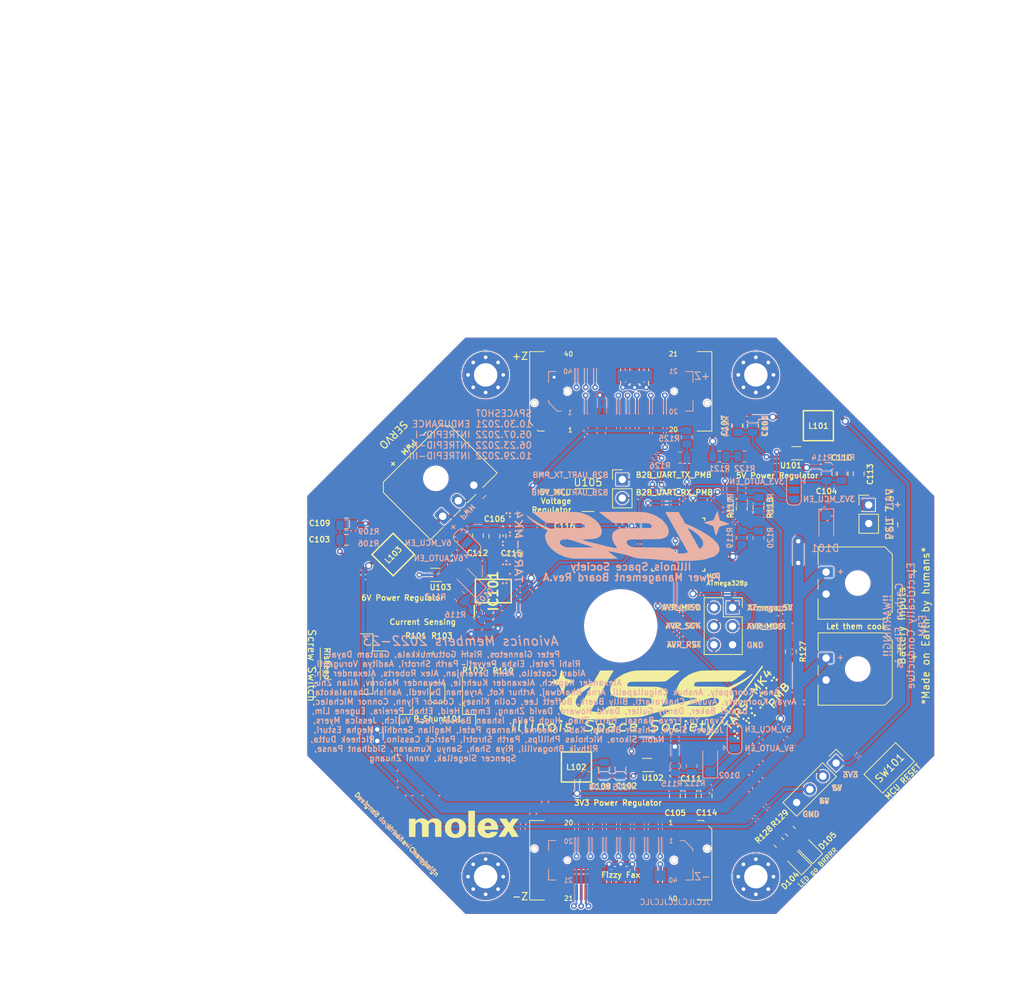
<source format=kicad_pcb>
(kicad_pcb (version 20211014) (generator pcbnew)
  (title_block (title "TARS MK4 Power Management Board") (date "2023-01-23") (rev "A") (company "Illinois Space Society") (comment 4 "Contributors: Peter Giannetos, Eisha Peyyeti, Danny Guller, Rishi Patel"))
  (layers (0 "F.Cu" signal) (31 "B.Cu" signal) (34 "B.Paste" user) (35 "F.Paste" user) (36 "B.SilkS" user "B.Silkscreen") (37 "F.SilkS" user "F.Silkscreen") (38 "B.Mask" user) (39 "F.Mask" user) (44 "Edge.Cuts" user))
  (net 0 "")
  (net 1 "Net-(C116-Pad1)")
  (net 2 "Net-(D101-Pad1)")
  (net 3 "Net-(D102-Pad1)")
  (net 4 "Net-(D103-Pad1)")
  (net 5 "Net-(D104-Pad2)")
  (net 6 "/VBAT")
  (net 7 "/LED_GREEN")
  (net 8 "Net-(D105-Pad2)")
  (net 9 "/LED_ORANGE")
  (net 10 "/PSU_RAW")
  (net 11 "/B2B_UART_TX_PMB")
  (net 12 "/B2B_UART_TX_TELEM")
  (net 13 "/B2B_UART_RX_TELEM")
  (net 14 "/B2B_UART_RX_PMB")
  (net 15 "/TEENSY_GPIO_1")
  (net 17 "Net-(IC101-Pad2)")
  (net 18 "Net-(JP102-Pad2)")
  (net 19 "/3V3")
  (net 20 "/B2B_SPI_SCK")
  (net 21 "/B2B_SPI_MOSI")
  (net 22 "/B2B_I2C_SDA")
  (net 23 "/B2B_I2C_SCL")
  (net 24 "/Teensy_3V3")
  (net 25 "/B2B_SERVO_PWM")
  (net 26 "/B2B_SPI_MISO")
  (net 27 "/RESERVED_1")
  (net 28 "/RESERVED_2")
  (net 29 "/RESERVED_3")
  (net 30 "/5V")
  (net 31 "/RESERVED_4")
  (net 32 "/TEENSY_SWITCH")
  (net 33 "Net-(JP103-Pad2)")
  (net 34 "Net-(JP104-Pad2)")
  (net 35 "Net-(L101-Pad2)")
  (net 36 "Net-(L102-Pad2)")
  (net 37 "Net-(L103-Pad2)")
  (net 38 "/B2B_RFM96W_RESET")
  (net 39 "/B2B_RFM96W_CS")
  (net 40 "/VBAT_RAW")
  (net 41 "Net-(R105-Pad1)")
  (net 42 "Net-(R106-Pad1)")
  (net 43 "Net-(IC101-Pad3)")
  (net 44 "/VBAT_CURRENT_SENSE")
  (net 46 "/6V")
  (net 47 "GND")
  (net 49 "/AVR_MISO")
  (net 50 "/AVR_SCK")
  (net 51 "/AVR_MOSI")
  (net 52 "/AVR_RST")
  (net 53 "/ATmega_5V")
  (net 54 "/3V3_EN")
  (net 55 "/5V_EN")
  (net 56 "/6V_EN")
  (net 57 "Net-(R104-Pad1)")
  (net 59 "/VBAT_SENSE")
  (net 60 "/5V_MCU_SENSE")
  (net 61 "/3V3_SENSE")
  (net 62 "/5V_SENSE")
  (net 63 "/6V_SENSE")
  (net 67 "/B2B_RFM96W_INT")
  (footprint "Capacitor_SMD:C_0805_2012Metric" (layer "F.Cu") (at 118.06 72.68 -90)
    (fp_text reference "C101")
    (fp_text value "22 uF")
  )
  (footprint "Connector_PinSocket_2.54mm:PinSocket_2x03_P2.54mm_Vertical" (layer "F.Cu") (at 115.26 97.505)
    (fp_text reference "J112" hide)
    (fp_text value "AVRISP")
  )
  (footprint "Logos_ISS:ISS_LOGO_extreme small" (layer "F.Cu") (at 103.720625 109.469264)
    (fp_text reference "G***" hide)
    (fp_text value "LOGO" hide)
  )
  (footprint "Package_TO_SOT_SMD:SOT-563" (layer "F.Cu") (at 74.684765 93.044765 180)
    (fp_text reference "U103")
    (fp_text value "TI_TPS564247DRLR")
  )
  (footprint "Capacitor_SMD:C_0805_2012Metric" (layer "F.Cu") (at 80.5 87.7 -90)
    (fp_text reference "C112")
    (fp_text value "10uF")
  )
  (footprint "Resistor_SMD:R_0805_2012Metric" (layer "F.Cu") (at 123.22 103.5225 -90)
    (fp_text reference "R127")
    (fp_text value "10k")
  )
  (footprint "Resistor_SMD:R_0805_2012Metric_Pad1.20x1.40mm_HandSolder" (layer "F.Cu") (at 75.13 103.72 90)
    (fp_text reference "R103")
    (fp_text value "5K")
  )
  (footprint "Jumper:SolderJumper-2_P1.3mm_Open_RoundedPad1.0x1.5mm" (layer "F.Cu") (at 74.99 109.17 90)
    (fp_text reference "JP101" hide)
    (fp_text value "Jumper_2_Open")
  )
  (footprint "Capacitor_SMD:C_0805_2012Metric" (layer "F.Cu") (at 109.56 123.21 -90)
    (fp_text reference "C111")
    (fp_text value "10uF")
  )
  (footprint "Capacitor_SMD:C_0805_2012Metric" (layer "F.Cu") (at 95.25 86.09)
    (fp_text reference "C116")
    (fp_text value "0.1uF")
  )
  (footprint "Button_Switch_SMD:SW_SPST_FSMSM" (layer "F.Cu") (at 136.635 119.395 45)
    (fp_text reference "SW101")
    (fp_text value "SW_Push")
  )
  (footprint "Resistor_SMD:R_0805_2012Metric" (layer "F.Cu") (at 121.604765 129.574765 -45)
    (fp_text reference "R128")
    (fp_text value "150")
  )
  (footprint "Resistor_SMD:R_0805_2012Metric" (layer "F.Cu") (at 118.796 83.8945 90)
    (fp_text reference "R118")
    (fp_text value "100k")
  )
  (footprint "LED_SMD:LED_0805_2012Metric" (layer "F.Cu") (at 125.674765 130.594765 135)
    (fp_text reference "D105")
    (fp_text value "ORANGE")
  )
  (footprint "Resistor_SMD:R_0805_2012Metric" (layer "F.Cu") (at 116.51 83.998 -90)
    (fp_text reference "R117")
    (fp_text value "200k")
  )
  (footprint "Capacitor_SMD:C_0805_2012Metric" (layer "F.Cu") (at 85.05 87.75 -90)
    (fp_text reference "C115")
    (fp_text value "0.1uF")
  )
  (footprint "Connector_Molex_BTB:Molex_SlimStack_2091680401_2x20_P0.635mm" (layer "F.Cu") (at 100 68 180)
    (fp_text reference "J106" hide)
    (fp_text value "Molex_SlimStack_2091680401_2x20_P0.635mm")
    (fp_circle (center -11.78 -1.58) (end -11.38 -1.58) (layer "Edge.Cuts") (width 0.12) (fill none))
    (fp_circle (center 11.78 -1.58) (end 12.18 -1.58) (layer "Edge.Cuts") (width 0.12) (fill none))
  )
  (footprint "Capacitor_SMD:C_0805_2012Metric" (layer "F.Cu") (at 97.7 119.54 90)
    (fp_text reference "C108")
    (fp_text value "22 uF")
  )
  (footprint "Package_TO_SOT_SMD:SOT-563" (layer "F.Cu") (at 123.96 76.44 180)
    (fp_text reference "U101")
    (fp_text value "TI_TPS564247DRLR")
  )
  (footprint "Package_TO_SOT_SMD:SOT-23-5" (layer "F.Cu") (at 95.53 82.84)
    (fp_text reference "U105")
    (fp_text value "LK112M50TR")
  )
  (footprint "Capacitor_SMD:C_0805_2012Metric" (layer "F.Cu") (at 115.88 72.68 -90)
    (fp_text reference "C107")
    (fp_text value "22 uF")
  )
  (footprint "Capacitor_SMD:C_0805_2012Metric" (layer "F.Cu") (at 82.75 87.75 -90)
    (fp_text reference "C106")
    (fp_text value "10uF")
  )
  (footprint "Resistor_SMD:R_0805_2012Metric_Pad1.20x1.40mm_HandSolder" (layer "F.Cu") (at 82.7 104.54 180)
    (fp_text reference "R110")
    (fp_text value "5K")
  )
  (footprint "Connector_PinHeader_2.54mm:PinHeader_1x04_P2.54mm_Vertical" (layer "F.Cu") (at 129.397006 118.732994 -45)
    (fp_text reference "J108" hide)
    (fp_text value "Conn_01x04")
  )
  (footprint "Capacitor_SMD:C_0805_2012Metric" (layer "F.Cu") (at 107.395 123.21 -90)
    (fp_text reference "C105")
    (fp_text value "10uF")
  )
  (footprint "Capacitor_SMD:C_0805_2012Metric" (layer "F.Cu") (at 62.5525 88.26 180)
    (fp_text reference "C103")
    (fp_text value "22 uF")
  )
  (footprint "Capacitor_SMD:C_0805_2012Metric" (layer "F.Cu") (at 130.295 79.24 -90)
    (fp_text reference "C110")
    (fp_text value "10uF")
  )
  (footprint "Connector_PinHeader_2.54mm:PinHeader_1x02_P2.54mm_Vertical" (layer "F.Cu") (at 133.85 83.5)
    (fp_text reference "J105" hide)
    (fp_text value "Conn_01x02")
  )
  (footprint "Connector_Molex:Molex_Micro-Fit_3.0_43650-0200_1x02_P3.00mm_Horizontal" (layer "F.Cu") (at 128.03 104.4 -90)
    (fp_text reference "J102" hide)
    (fp_text value "Molex Micro-Fit 436500200")
  )
  (footprint "Capacitor_SMD:C_0805_2012Metric" (layer "F.Cu") (at 132.48 79.24 -90)
    (fp_text reference "C113")
    (fp_text value "0.1uF")
  )
  (footprint "Package_QFP:TQFP-32_7x7mm_P0.8mm" (layer "F.Cu") (at 107.86 88.91)
    (fp_text reference "U104" hide)
    (fp_text value "ATmega328P-A")
  )
  (footprint "Connector_Molex_BTB:Molex_SlimStack_Receptacle_2091680401_2x20_P0.635mm" (layer "F.Cu") (at 100 132)
    (fp_text reference "J107" hide)
    (fp_text value "Molex_SlimStack_2091680401_2x20_P0.635mm")
    (fp_circle (center 11.78 -1.58) (end 12.18 -1.58) (layer "Edge.Cuts") (width 0.12) (fill none))
    (fp_circle (center -11.78 -1.58) (end -11.38 -1.58) (layer "Edge.Cuts") (width 0.12) (fill none))
  )
  (footprint "Capacitor_SMD:C_0805_2012Metric" (layer "F.Cu") (at 111.725 123.21 -90)
    (fp_text reference "C114")
    (fp_text value "0.1uF")
  )
  (footprint "Capacitor_SMD:C_0805_2012Metric" (layer "F.Cu") (at 99.96 119.54 90)
    (fp_text reference "C102")
    (fp_text value "22 uF")
  )
  (footprint "Resistor_SMD:R_0805_2012Metric_Pad1.20x1.40mm_HandSolder" (layer "F.Cu") (at 78.55 104.55)
    (fp_text reference "R102")
    (fp_text value "1K")
  )
  (footprint "Inductor_WE_MAPI:1.8_74438356018" (layer "F.Cu") (at 93.8918 119.2954 90)
    (fp_text reference "L102")
    (fp_text value "1.8 uH" hide)
  )
  (footprint "Connector_Molex:Molex_CLIK-Mate_502494-0270_1x02-1MP_P2.00mm_Horizontal" (layer "F.Cu") (at 64.25 105.2 -90)
    (fp_text reference "J101" hide)
    (fp_text value "Molex Micro-Lock 5055780271")
  )
  (footprint "Inductor_WE_MAPI:1.5_74438356015" (layer "F.Cu") (at 126.84 72.64 -90)
    (fp_text reference "L101")
    (fp_text value "1.5 uH" hide)
  )
  (footprint "memes:MK4 braille" (layer "F.Cu") (at 118.440625 111.2325 53.4)
    (fp_text reference "G***" hide)
    (fp_text value "LOGO" hide)
  )
  (footprint "Package_TO_SOT_SMD:TO-263-2_TabPin1" (layer "F.Cu") (at 75 115.05 -90)
    (fp_text reference "R_Shunt101")
    (fp_text value "0.1")
  )
  (footprint "Package_TO_SOT_SMD:SOT-563" (layer "F.Cu") (at 103.61 119 180)
    (fp_text reference "U102")
    (fp_text value "TI_TPS564247DRLR")
  )
  (footprint "Resistor_SMD:R_0805_2012Metric_Pad1.20x1.40mm_HandSolder" (layer "F.Cu") (at 72.48 103.72 90)
    (fp_text reference "R101")
    (fp_text value "1K")
  )
  (footprint "Capacitor_SMD:C_0805_2012Metric" (layer "F.Cu") (at 62.5525 86.03 180)
    (fp_text reference "C109")
    (fp_text value "22 uF")
  )
  (footprint "Connector_Molex:Molex_Micro-Fit_3.0_43650-0300_1x03_P3.00mm_Horizontal" (layer "F.Cu") (at 75.695894 85.048534 45)
    (fp_text reference "J104" hide)
    (fp_text value "Molex Micro-Fit 436500300")
  )
  (footprint "Connector_PinHeader_2.54mm:PinHeader_1x02_P2.54mm_Vertical" (layer "F.Cu") (at 100.21 80.025)
    (fp_text reference "J109" hide)
    (fp_text value "Conn_01x02")
  )
  (footprint "Inductor_WE_MAPI:2.2_74438356022" (layer "F.Cu") (at 68.93 90.27 -45)
    (fp_text reference "L103")
    (fp_text value "2.2 uH" hide)
  )
  (footprint "Logos_ISS:MOLEX" (layer "F.Cu") (at 78.59 127.11)
    (fp_text reference "G***" hide)
    (fp_text value "LOGO" hide)
  )
  (footprint "Capacitor_SMD:C_0805_2012Metric" (layer "F.Cu") (at 128.11 79.24 -90)
    (fp_text reference "C104")
    (fp_text value "10uF")
  )
  (footprint "Connector_Molex:Molex_Micro-Fit_3.0_43650-0200_1x02_P3.00mm_Horizontal" (layer "F.Cu") (at 128.03 92.664 -90)
    (fp_text reference "J103" hide)
    (fp_text value "Molex Micro-Fit 436500200")
  )
  (footprint "LED_SMD:LED_0805_2012Metric" (layer "F.Cu") (at 124.161962 132.141962 135)
    (fp_text reference "D104")
    (fp_text value "GREEN")
  )
  (footprint "LT1001-CS8 Op-Amp:LT1001-CS8" (layer "F.Cu") (at 82.6 95.25 90)
    (fp_text reference "IC101")
    (fp_text value "LT1001CS8#PBF" hide)
  )
  (footprint "Resistor_SMD:R_0805_2012Metric" (layer "F.Cu") (at 123.164765 128.034765 -45)
    (fp_text reference "R129")
    (fp_text value "150")
  )
  (footprint "Logos_ISS:ISS_LOGO_extreme small" (layer "B.Cu") (at 101.38 87.83 180)
    (fp_text reference "G***" hide)
    (fp_text value "LOGO" hide)
  )
  (footprint "Resistor_SMD:R_0805_2012Metric" (layer "B.Cu") (at 115.98 72.68 90)
    (fp_text reference "R104")
    (fp_text value "30k")
  )
  (footprint "Resistor_SMD:R_0805_2012Metric" (layer "B.Cu") (at 109.69 119.14 90)
    (fp_text reference "R112")
    (fp_text value "30k")
  )
  (footprint "Diode_SMD:D_SMF" (layer "B.Cu") (at 128.06 86.35 -90)
    (fp_text reference "D101")
    (fp_text value "D_Zener")
  )
  (footprint "Resistor_SMD:R_0805_2012Metric" (layer "B.Cu") (at 108.1075 77.04 180)
    (fp_text reference "R126")
    (fp_text value "100k")
  )
  (footprint "Resistor_SMD:R_0805_2012Metric" (layer "B.Cu") (at 107.44 119.14 90)
    (fp_text reference "R115")
    (fp_text value "20k")
  )
  (footprint "MountingHole:MountingHole_3.2mm_M3_Pad_Via" (layer "B.Cu") (at 118.442536 134.247282 180)
    (fp_text reference "REF**" hide)
    (fp_text value "MountingHole_3.2mm_M3_Pad_Via")
  )
  (footprint "Resistor_SMD:R_0805_2012Metric" (layer "B.Cu") (at 118.02 72.68 90)
    (fp_text reference "R107")
    (fp_text value "135k")
  )
  (footprint "MountingHole:MountingHole_3.2mm_M3_Pad_Via" (layer "B.Cu") (at 81.557464 134.247282 180)
    (fp_text reference "REF**" hide)
    (fp_text value "MountingHole_3.2mm_M3_Pad_Via")
  )
  (footprint "Resistor_SMD:R_0805_2012Metric" (layer "B.Cu") (at 99.95 119.56 90)
    (fp_text reference "R105")
    (fp_text value "30k")
  )
  (footprint "Connector_Molex_BTB:Molex_SlimStack_Plug_536470474_2x20_P0.365mm" (layer "B.Cu") (at 100 67.99)
    (fp_text reference "J110" hide)
    (fp_text value "Molex_SlimStack_Plug_2x20_P0.365mm")
    (fp_circle (center 7.285 0) (end 7.635 0) (layer "Edge.Cuts") (width 0.1) (fill none))
    (fp_circle (center -7.285 0) (end -6.835 0) (layer "Edge.Cuts") (width 0.1) (fill none))
  )
  (footprint "memes:MK4 braille" (layer "B.Cu") (at 84.385868 89.437912 90)
    (fp_text reference "G***" hide)
    (fp_text value "LOGO" hide)
  )
  (footprint "Diode_SMD:D_SMF" (layer "B.Cu") (at 79.314695 93.874695 135)
    (fp_text reference "D103")
    (fp_text value "D_Zener")
  )
  (footprint "Resistor_SMD:R_0805_2012Metric" (layer "B.Cu") (at 130.12 79.24 90)
    (fp_text reference "R111")
    (fp_text value "30k")
  )
  (footprint "MountingHole:MountingHole_3.2mm_M3_Pad_Via" (layer "B.Cu") (at 81.557464 65.752718 180)
    (fp_text reference "REF**" hide)
    (fp_text value "MountingHole_3.2mm_M3_Pad_Via")
  )
  (footprint "Resistor_SMD:R_0805_2012Metric" (layer "B.Cu") (at 128.07 79.24 90)
    (fp_text reference "R114")
    (fp_text value "20k")
  )
  (footprint "Resistor_SMD:R_0805_2012Metric" (layer "B.Cu") (at 80.48993 98.43993 -45)
    (fp_text reference "R116")
    (fp_text value "20k")
  )
  (footprint "Jumper:SolderJumper-3_P1.3mm_Open_RoundedPad1.0x1.5mm" (layer "B.Cu") (at 79.03 88.64 135)
    (fp_text reference "JP104" hide)
    (fp_text value "SolderJumper_3_Open")
  )
  (footprint "MountingHole:MountingHole_3.2mm_M3_Pad_Via" (layer "B.Cu") (at 118.442536 65.752718 180)
    (fp_text reference "REF**" hide)
    (fp_text value "MountingHole_3.2mm_M3_Pad_Via")
  )
  (footprint "Resistor_SMD:R_0805_2012Metric" (layer "B.Cu") (at 113.462 76.886)
    (fp_text reference "R121")
    (fp_text value "100k")
  )
  (footprint "Resistor_SMD:R_0805_2012Metric" (layer "B.Cu") (at 116.57 83.37 -90)
    (fp_text reference "R124")
    (fp_text value "100k")
  )
  (footprint "Connector_Molex_BTB:Molex_SlimStack_Plug_536470474_2x20_P0.365mm" (layer "B.Cu") (at 100 132 180)
    (fp_text reference "J111" hide)
    (fp_text value "Molex_SlimStack_Plug_2x20_P0.365mm")
    (fp_circle (center -7.285 0) (end -6.835 0) (layer "Edge.Cuts") (width 0.1) (fill none))
    (fp_circle (center 7.285 0) (end 7.635 0) (layer "Edge.Cuts") (width 0.1) (fill none))
  )
  (footprint "Resistor_SMD:R_0805_2012Metric" (layer "B.Cu") (at 118.81 87.98 -90)
    (fp_text reference "R120")
    (fp_text value "100k")
  )
  (footprint "Resistor_SMD:R_0805_2012Metric" (layer "B.Cu") (at 109.0195 74.26 -90)
    (fp_text reference "R125")
    (fp_text value "100k")
  )
  (footprint "Resistor_SMD:R_0805_2012Metric" (layer "B.Cu") (at 62.5725 86.27)
    (fp_text reference "R109")
    (fp_text value "270k")
  )
  (footprint "Resistor_SMD:R_0805_2012Metric" (layer "B.Cu") (at 97.74 119.56 90)
    (fp_text reference "R108")
    (fp_text value "220k")
  )
  (footprint "Resistor_SMD:R_0805_2012Metric" (layer "B.Cu") (at 116.51 87.98 90)
    (fp_text reference "R119")
    (fp_text value "100k")
  )
  (footprint "Jumper:SolderJumper-3_P1.3mm_Open_RoundedPad1.0x1.5mm" (layer "B.Cu") (at 123.6375 81.48 -90)
    (fp_text reference "JP102" hide)
    (fp_text value "SolderJumper_3_Open")
  )
  (footprint "Resistor_SMD:R_0805_2012Metric" (layer "B.Cu") (at 62.5725 88.29)
    (fp_text reference "R106")
    (fp_text value "30k")
  )
  (footprint "Resistor_SMD:R_0805_2012Metric" (layer "B.Cu") (at 118.83 83.37 90)
    (fp_text reference "R123")
    (fp_text value "100k")
  )
  (footprint "Resistor_SMD:R_0805_2012Metric" (layer "B.Cu") (at 116.9145 76.886)
    (fp_text reference "R122")
    (fp_text value "100k")
  )
  (footprint "Jumper:SolderJumper-3_P1.3mm_Open_RoundedPad1.0x1.5mm" (layer "B.Cu") (at 115.53 115.43 90)
    (fp_text reference "JP103" hide)
    (fp_text value "SolderJumper_3_Open")
  )
  (footprint "Resistor_SMD:R_0805_2012Metric" (layer "B.Cu") (at 77.99993 95.96993 135)
    (fp_text reference "R113")
    (fp_text value "30k")
  )
  (footprint "Diode_SMD:D_SMF" (layer "B.Cu") (at 112.21 118.48 90)
    (fp_text reference "D102")
    (fp_text value "D_Zener")
  )
  (gr_line (start 119.319375 105.5575) (end 112.040625 115.4225) (layer "F.SilkS") (width 0.2))
  (gr_line locked (start 78.712663 60.47) (end 57.011885 82.19374) (layer "Edge.Cuts") (width 0.01))
  (gr_circle locked (center 100 100) (end 104.8125 100) (layer "Edge.Cuts") (width 0.01) (fill none))
  (gr_line locked (start 121.287337 139.53) (end 142.988115 117.80626) (layer "Edge.Cuts") (width 0.01))
  (gr_line locked (start 121.287337 139.53) (end 78.712663 139.53) (layer "Edge.Cuts") (width 0.01))
  (gr_line locked (start 142.988115 82.19374) (end 121.287337 60.47) (layer "Edge.Cuts") (width 0.01))
  (gr_line locked (start 142.988115 117.80626) (end 142.988115 82.19374) (layer "Edge.Cuts") (width 0.01))
  (gr_line locked (start 57.011885 82.19374) (end 57.011885 117.80626) (layer "Edge.Cuts") (width 0.01))
  (gr_line locked (start 57.011885 117.80626) (end 78.712663 139.53) (layer "Edge.Cuts") (width 0.01))
  (gr_line locked (start 121.287337 60.47) (end 78.712663 60.47) (layer "Edge.Cuts") (width 0.01))
  (gr_text "+Z" (at 111.1125 65.90875) (layer "B.SilkS") (effects (font (size 1 1)) (justify mirror)))
  (gr_text "-Z" (at 111.125 134.2275) (layer "B.SilkS") (effects (font (size 1 1)) (justify mirror)))
  (gr_text "3V3_MCU_EN" (at 128.44 82.71) (layer "B.SilkS") (effects (font (size 0.75 0.75)) (justify mirror)))
  (gr_text "5V\n" (at 129.46 122.15) (layer "B.SilkS") (effects (font (size 0.75 0.75)) (justify mirror)))
  (gr_text "Illinois Space Society" (at 101.38 91.94) (layer "B.SilkS") (effects (font (size 1 1) (thickness 0.2)) (justify mirror)))
  (gr_text "-\n" (at 137.74 86.21 90) (layer "B.SilkS") (effects (font (size 0.75 0.75)) (justify mirror)))
  (gr_text "GND" (at 118.35 102.64) (layer "B.SilkS") (effects (font (size 0.75 0.75)) (justify mirror)))
  (gr_text "+" (at 129.98 104.29) (layer "B.SilkS") (effects (font (size 0.75 0.75)) (justify mirror)))
  (gr_text "6V_MCU_EN" (at 73.71 88.69) (layer "B.SilkS") (effects (font (size 0.75 0.75)) (justify mirror)))
  (gr_text "3V3_AUTO_EN" (at 118.57 80.31) (layer "B.SilkS") (effects (font (size 0.75 0.75)) (justify mirror)))
  (gr_text "AVR_MISO" (at 108.28 97.49) (layer "B.SilkS") (effects (font (size 0.75 0.75)) (justify mirror)))
  (gr_text "TARS-MK4" (at 86.035 89.255 270) (layer "B.SilkS") (effects (font (size 1 1.25) (thickness 0.2) italic) (justify mirror)))
  (gr_text "1" (at 93.0425 70.87875) (layer "B.SilkS") (effects (font (size 0.65 0.65) (thickness 0.12)) (justify mirror)))
  (gr_text "Designed in Shampoo Banana" (at 69.44 128.48 -45) (layer "B.SilkS") (effects (font (size 0.65 0.65) (thickness 0.13)) (justify mirror)))
  (gr_text "40" (at 107.145 134.7375) (layer "B.SilkS") (effects (font (size 0.65 0.65) (thickness 0.12)) (justify mirror)))
  (gr_text "AVR_SCK" (at 108.53 100.02) (layer "B.SilkS") (effects (font (size 0.75 0.75)) (justify mirror)))
  (gr_text "20\n" (at 92.855 129.4175) (layer "B.SilkS") (effects (font (size 0.65 0.65) (thickness 0.12)) (justify mirror)))
  (gr_text "Peter Giannetos, Rishi Gottumukkala, Gautam Dayal,\nRishi Patel, Eisha Peyyeti, Parth Shrotri, Aaditya Voruganti,  \nAidan Costello, Akhil Devarajan, Alex Roberts, Alexander Jin,   \nAlexander Kaplich, Alexander Kuehnle, Alexander Maiorov, Allan Zhu,           \nAnay Koorapaty, Anshuk Chigullapalli, Arna Bhardwaj, Arthur Kot, Aryaman Dwivedi, Ashish Dhanalakota,                                              \nAvyay Koorapaty, Ayushi Chakravarti, Billy Buerk, Buffett Lee, Colin Kinsey, Connor Flynn, Connor Michalec,                                                  \n Daniel Baker, Danny Guller, David Howard, David Zhang, Emma Held, Ethan Pereira, Eugene Lim,                                        \nEvan Yu, Freya Bansal, Harry Zhao, Hugh Palin, Ishaan Bansal, Jack Vulich, Jessica Myers,                                  \nJusjeev Singh, Shishir Bhatta, Kabir Cheema, Karnap Patel, Magilan Sendhil, Megha Esturi,                                  \nNabil Sikora, Nicholas Phillips, Parth Shrotri, Patrick Cassino,  Richeek Dutta,                    \nRithvik Bhogavilli, Riya Shah, Sanyu Kumaran, Siddhant Panse,      \nSpencer Siegellak, Yanni Zhuang" (at 75.71 110.99) (layer "B.SilkS") (effects (font (size 0.8 0.8) (thickness 0.16)) (justify mirror)))
  (gr_text "AVR_RST" (at 108.619286 102.58) (layer "B.SilkS") (effects (font (size 0.75 0.75)) (justify mirror)))
  (gr_text "+" (at 129.99 92.56) (layer "B.SilkS") (effects (font (size 0.75 0.75)) (justify mirror)))
  (gr_text "PWM" (at 79.07 84.42 -135) (layer "B.SilkS") (effects (font (size 0.75 0.75)) (justify mirror)))
  (gr_text "6V" (at 127.78 123.93) (layer "B.SilkS") (effects (font (size 0.75 0.75)) (justify mirror)))
  (gr_text "SPACESHOT\n10.30.2021 ENDURANCE\n05.07.2022 INTREPID-I\n06.23.2022 INTREPID-II\n10.29.2022 INTREPID-III" (at 87.96 73.91) (layer "B.SilkS") (effects (font (size 0.9 0.9)) (justify left mirror)))
  (gr_text "Power Management Board Rev.A" (at 101.525 93.385) (layer "B.SilkS") (effects (font (size 1 1) (thickness 0.2)) (justify mirror)))
  (gr_text "B2B_UART_TX_PMB" (at 93.14 79.41) (layer "B.SilkS") (effects (font (size 0.75 0.75)) (justify mirror)))
  (gr_text "-" (at 81.42 82.45 -135) (layer "B.SilkS") (effects (font (size 0.75 0.75)) (justify mirror)))
  (gr_text "40" (at 92.7725 65.28875) (layer "B.SilkS") (effects (font (size 0.65 0.65) (thickness 0.12)) (justify mirror)))
  (gr_text "21" (at 107.1625 65.25875) (layer "B.SilkS") (effects (font (size 0.65 0.65) (thickness 0.12)) (justify mirror)))
  (gr_text "!!WARNING!!\nCarbon Fiber is\nElectrically Conductive\nEBM" (at 138.8 100 90) (layer "B.SilkS") (effects (font (size 1 1)) (justify mirror)))
  (gr_text "ATmega_5V" (at 120.38 97.51) (layer "B.SilkS") (effects (font (size 0.75 0.75)) (justify mirror)))
  (gr_text "JLCJLCJLCJLCJLC" (at 107.435 137.7075) (layer "B.SilkS") (effects (font (size 0.75 0.75) (thickness 0.12)) (justify mirror)))
  (gr_text "PSU 7.4V" (at 136.75 84.71 90) (layer "B.SilkS") (effects (font (size 1 1)) (justify mirror)))
  (gr_text "1" (at 106.845 129.3375) (layer "B.SilkS") (effects (font (size 0.65 0.65) (thickness 0.12)) (justify mirror)))
  (gr_text "B2B_UART_RX_PMB" (at 93.050715 81.8) (layer "B.SilkS") (effects (font (size 0.75 0.75)) (justify mirror)))
  (gr_text "5V_AUTO_EN" (at 120.2975 116.72) (layer "B.SilkS") (effects (font (size 0.75 0.75)) (justify mirror)))
  (gr_text "20" (at 107.1825 70.77875) (layer "B.SilkS") (effects (font (size 0.65 0.65) (thickness 0.12)) (justify mirror)))
  (gr_text "3V3" (at 131.39 120.32) (layer "B.SilkS") (effects (font (size 0.75 0.75)) (justify mirror)))
  (gr_text "AVR_MOSI" (at 119.87 100.09) (layer "B.SilkS") (effects (font (size 0.75 0.75)) (justify mirror)))
  (gr_text "GND" (at 126.01 125.74) (layer "B.SilkS") (effects (font (size 0.75 0.75)) (justify mirror)))
  (gr_text "6V_AUTO_EN" (at 75.14 90.78) (layer "B.SilkS") (effects (font (size 0.75 0.75)) (justify mirror)))
  (gr_text "Avionics Members 2022-23" (at 78.19 102.08) (layer "B.SilkS") (effects (font (size 1.27 1.27) (thickness 0.19) italic) (justify mirror)))
  (gr_text "21" (at 92.825 134.7375) (layer "B.SilkS") (effects (font (size 0.65 0.65) (thickness 0.12)) (justify mirror)))
  (gr_text "5V_MCU_EN" (at 120.101071 114.13) (layer "B.SilkS") (effects (font (size 0.75 0.75)) (justify mirror)))
  (gr_text "+" (at 77.1 86.47 45) (layer "B.SilkS") (effects (font (size 0.75 0.75)) (justify mirror)))
  (gr_text "+" (at 137.76 83.45 90) (layer "B.SilkS") (effects (font (size 0.75 0.75)) (justify mirror)))
  (gr_text "Let them cook" (at 132.14 100.08) (layer "F.SilkS") (effects (font (size 0.75 0.75))))
  (gr_text "Illinois Space Society" (at 98.850625 113.7125) (layer "F.SilkS") (effects (font (size 1.4 1.7) (thickness 0.2) italic)))
  (gr_text "-\n" (at 137.76 86.19 90) (layer "F.SilkS") (effects (font (size 0.75 0.75))))
  (gr_text "GND" (at 125.94 125.72) (layer "F.SilkS") (effects (font (size 0.75 0.75))))
  (gr_text "3V3" (at 131.35 120.32) (layer "F.SilkS") (effects (font (size 0.75 0.75))))
  (gr_text "Current Sensing" (at 72.97 99.48) (layer "F.SilkS") (effects (font (size 0.75 0.75))))
  (gr_text "*Made on Earth by humans*" (at 141.63 100 90) (layer "F.SilkS") (effects (font (size 1 1))))
  (gr_text "20" (at 92.885 126.8875) (layer "F.SilkS") (effects (font (size 0.65 0.65) (thickness 0.12))))
  (gr_text "Risheep" (at 59.92 105.14 270) (layer "F.SilkS") (effects (font (size 0.75 0.75))))
  (gr_text "5V MCU\nVoltage\nRegulator" (at 93.34 82.97) (layer "F.SilkS") (effects (font (size 0.75 0.75)) (justify right)))
  (gr_text "AVR_RST" (at 108.619286 102.58) (layer "F.SilkS") (effects (font (size 0.75 0.75))))
  (gr_text "21" (at 92.885 137.2075) (layer "F.SilkS") (effects (font (size 0.65 0.65) (thickness 0.12))))
  (gr_text "3V3 Power Regulator" (at 99.62 124.16) (layer "F.SilkS") (effects (font (size 0.75 0.75))))
  (gr_text "B2B_UART_RX_PMB" (at 107.319286 81.8) (layer "F.SilkS") (effects (font (size 0.75 0.75))))
  (gr_text "PWM" (at 71.05 75.62 225) (layer "F.SilkS") (effects (font (size 0.75 0.75))))
  (gr_text "AVR_SCK" (at 108.53 100.02) (layer "F.SilkS") (effects (font (size 0.75 0.75))))
  (gr_text "LED go BRRRR" (at 126.87 132.98 45) (layer "F.SilkS") (effects (font (size 0.65 0.65) (thickness 0.12))))
  (gr_text "ATmega_5V" (at 120.38 97.53) (layer "F.SilkS") (effects (font (size 0.75 0.75))))
  (gr_text "TARS-MK4" (at 117.400625 110.1025 53.4) (layer "F.SilkS") (effects (font (size 1 1.25) (thickness 0.2) italic)))
  (gr_text "MCU\nATmega328p" (at 111.63 93.7) (layer "F.SilkS") (effects (font (size 0.6 0.6) (thickness 0.13)) (justify left)))
  (gr_text "+" (at 140.06 104.18) (layer "F.SilkS") (effects (font (size 0.75 0.75))))
  (gr_text "AVR_MOSI" (at 119.867857 100.09) (layer "F.SilkS") (effects (font (size 0.75 0.75))))
  (gr_text "-" (at 73.2 73.71 45) (layer "F.SilkS") (effects (font (size 0.75 0.75))))
  (gr_text "B2B_UART_TX_PMB" (at 107.23 79.41) (layer "F.SilkS") (effects (font (size 0.75 0.75))))
  (gr_text "Designed in Urbana-Champaign" (at 69.43 128.49 -45) (layer "F.SilkS") (effects (font (size 0.65 0.65) (thickness 0.13))))
  (gr_text "GND" (at 118.35 102.64) (layer "F.SilkS") (effects (font (size 0.75 0.75))))
  (gr_text "20" (at 107.18 73.23) (layer "F.SilkS") (effects (font (size 0.65 0.65) (thickness 0.12))))
  (gr_text "Screw Switch" (at 57.82 105.42 270) (layer "F.SilkS") (effects (font (size 1 1))))
  (gr_text "40" (at 92.8625 62.90875) (layer "F.SilkS") (effects (font (size 0.65 0.65) (thickness 0.12))))
  (gr_text "1" (at 106.835 126.8675) (layer "F.SilkS") (effects (font (size 0.65 0.65) (thickness 0.12))))
  (gr_text "-" (at 140.1 107.2 270) (layer "F.SilkS") (effects (font (size 0.75 0.75))))
  (gr_text "AVR_MISO" (at 108.28 97.49) (layer "F.SilkS") (effects (font (size 0.75 0.75))))
  (gr_text "5V Power Regulator" (at 121.37 79.49) (layer "F.SilkS") (effects (font (size 0.75 0.75))))
  (gr_text "+" (at 137.74 83.46 90) (layer "F.SilkS") (effects (font (size 0.75 0.75))))
  (gr_text "Fizzy Fax" (at 100 134) (layer "F.SilkS") (effects (font (size 0.75 0.75))))
  (gr_text "+" (at 140.05 92.51) (layer "F.SilkS") (effects (font (size 0.75 0.75))))
  (gr_text "+" (at 68.96 77.85 -45) (layer "F.SilkS") (effects (font (size 0.75 0.75))))
  (gr_text "5V\n" (at 129.54 122.14) (layer "F.SilkS") (effects (font (size 0.75 0.75))))
  (gr_text "PSU 7.4V" (at 136.7 84.78 90) (layer "F.SilkS") (effects (font (size 1 1))))
  (gr_text "MCU RESET" (at 138.51 121.26 45) (layer "F.SilkS") (effects (font (size 0.75 0.75))))
  (gr_text "6V" (at 127.78 123.92) (layer "F.SilkS") (effects (font (size 0.75 0.75))))
  (gr_text "1" (at 93.1125 73.26875) (layer "F.SilkS") (effects (font (size 0.65 0.65) (thickness 0.12))))
  (gr_text "Battery Inputs" (at 138.36 100 90) (layer "F.SilkS") (effects (font (size 1 1))))
  (gr_text "40" (at 107.105 137.2275) (layer "F.SilkS") (effects (font (size 0.65 0.65) (thickness 0.12))))
  (gr_text "PMB" (at 121.580625 109.5525 53.4) (layer "F.SilkS") (effects (font (size 1 1.25) (thickness 0.2) italic)))
  (gr_text "6V Power Regulator" (at 70.21 96.18) (layer "F.SilkS") (effects (font (size 0.75 0.75))))
  (gr_text "-" (at 140.06 95.62 90) (layer "F.SilkS") (effects (font (size 0.75 0.75))))
  (gr_text "SERVO" (at 68.97 73.92 225) (layer "F.SilkS") (effects (font (size 1 1))))
  (gr_text "-Z" (at 86.265 136.9475) (layer "F.SilkS") (effects (font (size 1 1))))
  (gr_text "21" (at 107.1725 62.88875) (layer "F.SilkS") (effects (font (size 0.65 0.65) (thickness 0.12))))
  (gr_text "+Z" (at 86.2525 63.18875) (layer "F.SilkS") (effects (font (size 1 1))))
  (segment (start 94.3925 83.79) (end 94.3925 85.9975) (width 0.5) (layer "F.Cu") (net 1))
  (segment (start 123.6375 80.18) (end 128.0425 80.18) (width 0.35) (layer "B.Cu") (net 2))
  (segment (start 128.07 80.1525) (end 130.12 80.1525) (width 0.35) (layer "B.Cu") (net 2))
  (segment (start 128.07 80.1525) (end 128.07 84.89) (width 0.5) (layer "B.Cu") (net 2))
  (segment (start 115.41 116.73) (end 112.21 119.93) (width 0.35) (layer "B.Cu") (net 3))
  (segment (start 107.44 120.0525) (end 109.69 120.0525) (width 0.35) (layer "B.Cu") (net 3))
  (segment (start 109.69 120.0525) (end 112.0875 120.0525) (width 0.35) (layer "B.Cu") (net 3))
  (segment (start 81.46 91.07) (end 81.46 93.78) (width 0.5) (layer "B.Cu") (net 4))
  (segment (start 81.46 93.78) (end 80.34 94.9) (width 0.5) (layer "B.Cu") (net 4))
  (segment (start 78.645165 96.594835) (end 80.34 94.9) (width 0.5) (layer "B.Cu") (net 4))
  (segment (start 79.824695 97.794695) (end 78.645165 96.615165) (width 0.5) (layer "B.Cu") (net 4))
  (segment (start 79.949239 89.559239) (end 81.46 91.07) (width 0.5) (layer "B.Cu") (net 4))
  (segment (start 123.499049 131.469049) (end 122.25 130.22) (width 0.35) (layer "F.Cu") (net 5))
  (segment (start 102.302989 75.902989) (end 104.81 78.41) (width 1) (layer "F.Cu") (net 6))
  (segment (start 76.995 109.82) (end 77.54 109.275) (width 1) (layer "F.Cu") (net 6))
  (segment (start 128.11 78.29) (end 125.5 78.29) (width 0.5) (layer "F.Cu") (net 6))
  (segment (start 97.337011 75.902989) (end 98.652989 75.902989) (width 1) (layer "F.Cu") (net 6))
  (segment (start 97.1425 68.5225) (end 97.14 68.52) (width 0.5) (layer "F.Cu") (net 6))
  (segment (start 76.450235 93.599765) (end 75.434765 93.599765) (width 0.5) (layer "F.Cu") (net 6))
  (segment (start 97.1425 72.375) (end 97.1425 68.5225) (width 0.5) (layer "F.Cu") (net 6))
  (segment (start 109.56 122.26) (end 111.725 122.26) (width 0.35) (layer "F.Cu") (net 6))
  (segment (start 97.337011 74.642989) (end 97.337011 68.717011) (width 1) (layer "F.Cu") (net 6))
  (segment (start 90.41 82.83) (end 97.337011 75.902989) (width 1) (layer "F.Cu") (net 6))
  (segment (start 87.77 93.5) (end 87.77 94.77) (width 0.5) (layer "F.Cu") (net 6))
  (segment (start 74.99 109.82) (end 76.995 109.82) (width 1) (layer "F.Cu") (net 6))
  (segment (start 98.652989 75.902989) (end 98.597011 75.902989) (width 1) (layer "F.Cu") (net 6))
  (segment (start 107.395 122.26) (end 109.56 122.26) (width 0.35) (layer "F.Cu") (net 6))
  (segment (start 97.1425 72.375) (end 97.7775 72.375) (width 0.5) (layer "F.Cu") (net 6))
  (segment (start 104.81 78.41) (end 114.09 78.41) (width 1) (layer "F.Cu") (net 6))
  (segment (start 80.5 86.75) (end 78.95 86.75) (width 0.5) (layer "F.Cu") (net 6))
  (segment (start 114.76 78.41) (end 114.09 78.41) (width 1) (layer "F.Cu") (net 6))
  (segment (start 116.51 80.16) (end 114.76 78.41) (width 1) (layer "F.Cu") (net 6))
  (segment (start 91.35 81.89) (end 90.41 82.83) (width 0.5) (layer "F.Cu") (net 6))
  (segment (start 102.14 109.3) (end 82.7 109.3) (width 1) (layer "F.Cu") (net 6))
  (segment (start 77.56 109.255) (end 77.56 104.56) (width 1) (layer "F.Cu") (net 6))
  (segment (start 104.36 119.5) (end 106.07 119.5) (width 0.35) (layer "F.Cu") (net 6))
  (segment (start 89.15 96.15) (end 89.15 84.09) (width 1) (layer "F.Cu") (net 6))
  (segment (start 78.95 86.75) (end 77.35 88.35) (width 0.5) (layer "F.Cu") (net 6))
  (segment (start 86.45 86.8) (end 85.05 86.8) (width 0.5) (layer "F.Cu") (net 6))
  (segment (start 107.39 116.49) (end 107.395 116.485) (width 1) (layer "F.Cu") (net 6))
  (segment (start 98.597011 75.902989) (end 97.337011 74.642989) (width 1) (layer "F.Cu") (net 6))
  (segment (start 97.7775 72.375) (end 97.7775 69.1575) (width 0.5) (layer "F.Cu") (net 6))
  (segment (start 125.5 78.29) (end 125.38 78.41) (width 0.35) (layer "F.Cu") (net 6))
  (segment (start 87.77 94.77) (end 89.15 96.15) (width 0.5) (layer "F.Cu") (net 6))
  (segment (start 107.395 116.485) (end 107.395 114.555) (width 1) (layer "F.Cu") (net 6))
  (segment (start 98.652989 75.902989) (end 102.302989 75.902989) (width 1) (layer "F.Cu") (net 6))
  (segment (start 114.09 78.41) (end 125.38 78.41) (width 1) (layer "F.Cu") (net 6))
  (segment (start 97.337011 68.717011) (end 97.14 68.52) (width 1) (layer "F.Cu") (net 6))
  (segment (start 106.07 119.5) (end 107.395 120.825) (width 0.35) (layer "F.Cu") (net 6))
  (segment (start 124.71 76.94) (end 126.76 76.94) (width 0.35) (layer "F.Cu") (net 6))
  (segment (start 107.395 120.825) (end 107.395 122.26) (width 0.35) (layer "F.Cu") (net 6))
  (segment (start 83.165 109.285) (end 89.15 103.3) (width 1) (layer "F.Cu") (net 6))
  (segment (start 77.35 92.7) (end 76.450235 93.599765) (width 0.5) (layer "F.Cu") (net 6))
  (segment (start 128.11 78.29) (end 130.295 78.29) (width 0.35) (layer "F.Cu") (net 6))
  (segment (start 107.395 116.495) (end 107.39 116.49) (width 1) (layer "F.Cu") (net 6))
  (segment (start 126.76 76.94) (end 128.11 78.29) (width 0.35) (layer "F.Cu") (net 6))
  (segment (start 89.15 84.09) (end 90.41 82.83) (width 1) (layer "F.Cu") (net 6))
  (segment (start 87.77 88.12) (end 86.45 86.8) (width 0.5) (layer "F.Cu") (net 6))
  (segment (start 85.05 86.8) (end 82.75 86.8) (width 0.5) (layer "F.Cu") (net 6))
  (segment (start 89.15 103.3) (end 89.15 96.15) (width 1) (layer "F.Cu") (net 6))
  (segment (start 116.51 80.16) (end 116.51 83.0855) (width 1) (layer "F.Cu") (net 6))
  (segment (start 107.395 114.555) (end 102.14 109.3) (width 1) (layer "F.Cu") (net 6))
  (segment (start 94.3925 81.89) (end 91.35 81.89) (width 0.5) (layer "F.Cu") (net 6))
  (segment (start 130.295 78.29) (end 132.48 78.29) (width 0.35) (layer "F.Cu") (net 6))
  (segment (start 94.3925 81.89) (end 96.6675 81.89) (width 0.5) (layer "F.Cu") (net 6))
  (segment (start 77.55 109.285) (end 83.165 109.285) (width 1) (layer "F.Cu") (net 6))
  (segment (start 97.7775 69.1575) (end 97.14 68.52) (width 0.5) (layer "F.Cu") (net 6))
  (segment (start 82.75 86.8) (end 80.55 86.8) (width 0.5) (layer "F.Cu") (net 6))
  (segment (start 107.395 122.26) (end 107.395 116.495) (width 1) (layer "F.Cu") (net 6))
  (segment (start 87.77 93.5) (end 87.77 88.12) (width 0.5) (layer "F.Cu") (net 6))
  (segment (start 97.337011 75.902989) (end 97.337011 74.642989) (width 1) (layer "F.Cu") (net 6))
  (segment (start 75.44 93.55) (end 75.434765 93.544765) (width 0.35) (layer "F.Cu") (net 6))
  (segment (start 77.35 88.35) (end 77.35 92.7) (width 0.5) (layer "F.Cu") (net 6))
  (via (at 97.14 68.52) (size 0.8) (drill 0.4) (layers "F.Cu" "B.Cu") (net 6))
  (via (at 87.77 93.5) (size 1) (drill 0.6) (layers "F.Cu" "B.Cu") (net 6))
  (via (at 107.39 116.49) (size 1) (drill 0.6) (layers "F.Cu" "B.Cu") (net 6))
  (via (at 125.38 78.41) (size 1) (drill 0.6) (layers "F.Cu" "B.Cu") (net 6))
  (segment (start 107.44 116.54) (end 107.44 118.2275) (width 1) (layer "B.Cu") (net 6))
  (segment (start 97.1425 70.09) (end 97.1425 68.5225) (width 0.5) (layer "B.Cu") (net 6))
  (segment (start 125.4625 78.3275) (end 125.38 78.41) (width 0.35) (layer "B.Cu") (net 6))
  (segment (start 107.39 116.49) (end 107.44 116.54) (width 1) (layer "B.Cu") (net 6))
  (segment (start 97.1425 68.5225) (end 97.14 68.52) (width 0.5) (layer "B.Cu") (net 6))
  (segment (start 82.184835 99.085165) (end 87.77 93.5) (width 0.5) (layer "B.Cu") (net 6))
  (segment (start 97.7775 69.1575) (end 97.14 68.52) (width 0.5) (layer "B.Cu") (net 6))
  (segment (start 97.7775 70.09) (end 97.7775 69.1575) (width 0.5) (layer "B.Cu") (net 6))
  (segment (start 128.07 78.3275) (end 125.4625 78.3275) (width 0.35) (layer "B.Cu") (net 6))
  (segment (start 97.1425 70.09) (end 97.7775 70.09) (width 0.5) (layer "B.Cu") (net 6))
  (segment (start 81.135165 99.085165) (end 82.184835 99.085165) (width 0.5) (layer "B.Cu") (net 6))
  (segment (start 107.46 93.16) (end 107.46 104.57) (width 0.35) (layer "F.Cu") (net 7))
  (segment (start 107.46 104.57) (end 117.75 114.86) (width 0.35) (layer "F.Cu") (net 7))
  (segment (start 117.75 114.86) (end 117.75 125.72) (width 0.35) (layer "F.Cu") (net 7))
  (segment (start 117.75 125.72) (end 120.95953 128.92953) (width 0.35) (layer "F.Cu") (net 7))
  (segment (start 123.81 128.73) (end 125.011852 129.931852) (width 0.35) (layer "F.Cu") (net 8))
  (segment (start 122.51953 127.38953) (end 119.14 124.01) (width 0.35) (layer "F.Cu") (net 9))
  (segment (start 119.14 113.72) (end 108.26 102.84) (width 0.35) (layer "F.Cu") (net 9))
  (segment (start 119.14 124.01) (end 119.14 113.72) (width 0.35) (layer "F.Cu") (net 9))
  (segment (start 108.26 93.16) (end 108.26 102.84) (width 0.35) (layer "F.Cu") (net 9))
  (segment (start 124.225 88.46) (end 124.225 91.425) (width 1.5) (layer "F.Cu") (net 10))
  (segment (start 66.75 110.98) (end 66.75 106.81) (width 1.5) (layer "F.Cu") (net 10))
  (segment (start 124.755 87.93) (end 124.225 88.46) (width 1.5) (layer "F.Cu") (net 10))
  (segment (start 133.85 83.5) (end 129.185 83.5) (width 1.5) (layer "F.Cu") (net 10))
  (segment (start 129.185 83.5) (end 124.755 87.93) (width 1.5) (layer "F.Cu") (net 10))
  (segment (start 124.755 87.93) (end 124.23 88.455) (width 1.5) (layer "F.Cu") (net 10))
  (segment (start 66.76 115.71) (end 66.76 110.99) (width 1.5) (layer "F.Cu") (net 10))
  (segment (start 66.75 106.81) (end 66.74 106.8) (width 1.5) (layer "F.Cu") (net 10))
  (segment (start 66.76 110.99) (end 66.75 110.98) (width 1.5) (layer "F.Cu") (net 10))
  (via (at 124.23 88.455) (size 1) (drill 0.6) (layers "F.Cu" "B.Cu") (net 10))
  (via (at 124.225 91.425) (size 1) (drill 0.6) (layers "F.Cu" "B.Cu") (net 10))
  (via (at 66.76 115.71) (size 1) (drill 0.6) (layers "F.Cu" "B.Cu") (net 10))
  (via (at 66.76 114.14) (size 1) (drill 0.6) (layers "F.Cu" "B.Cu") (net 10))
  (segment (start 124.23 95.95) (end 124.23 88.455) (width 1.5) (layer "B.Cu") (net 10))
  (segment (start 127.516 92.664) (end 124.23 95.95) (width 1.5) (layer "B.Cu") (net 10))
  (segment (start 128.03 92.664) (end 127.516 92.664) (width 1.5) (layer "B.Cu") (net 10))
  (segment (start 75.74 124.84) (end 66.76 115.86) (width 1.5) (layer "B.Cu") (net 10))
  (segment (start 114.17 124.84) (end 75.74 124.84) (width 1.5) (layer "B.Cu") (net 10))
  (segment (start 66.76 115.86) (end 66.76 114.14) (width 1.5) (layer "B.Cu") (net 10))
  (segment (start 124.23 95.95) (end 124.23 109.9) (width 1.5) (layer "B.Cu") (net 10))
  (segment (start 124.23 109.9) (end 124.23 108.2) (width 1.5) (layer "B.Cu") (net 10))
  (segment (start 124.23 109.9) (end 124.23 114.78) (width 1.5) (layer "B.Cu") (net 10))
  (segment (start 124.23 114.78) (end 114.17 124.84) (width 1.5) (layer "B.Cu") (net 10))
  (segment (start 124.23 108.2) (end 128.03 104.4) (width 1.5) (layer "B.Cu") (net 10))
  (segment (start 105.58 80.74) (end 104.881 80.041) (width 0.25) (layer "F.Cu") (net 11))
  (segment (start 105.58 80.74) (end 106.66 81.82) (width 0.25) (layer "F.Cu") (net 11))
  (segment (start 104.1275 75.6775) (end 104.1275 72.375) (width 0.25) (layer "F.Cu") (net 11))
  (segment (start 104.11 72.41375) (end 104.11 68.54625) (width 0.25) (layer "F.Cu") (net 11))
  (segment (start 104.881 80.041) (end 100.226 80.041) (width 0.25) (layer "F.Cu") (net 11))
  (segment (start 105.58 77.13) (end 104.1275 75.6775) (width 0.25) (layer "F.Cu") (net 11))
  (segment (start 106.66 81.82) (end 106.66 84.66) (width 0.25) (layer "F.Cu") (net 11))
  (via (at 104.11 68.54625) (size 0.8) (drill 0.4) (layers "F.Cu" "B.Cu") (net 11))
  (via (at 105.58 80.74) (size 0.8) (drill 0.4) (layers "F.Cu" "B.Cu") (net 11))
  (via (at 105.58 77.13) (size 0.8) (drill 0.4) (layers "F.Cu" "B.Cu") (net 11))
  (segment (start 104.11 70.12875) (end 104.11 68.54625) (width 0.25) (layer "B.Cu") (net 11))
  (segment (start 105.58 80.74) (end 105.58 77.13) (width 0.25) (layer "B.Cu") (net 11))
  (segment (start 97.7725 127.6225) (end 97.7725 131.46) (width 0.25) (layer "F.Cu") (net 12))
  (via (at 97.77 131.4625) (size 0.8) (drill 0.4) (layers "F.Cu" "B.Cu") (net 12))
  (segment (start 97.7725 129.8975) (end 97.7725 131.46) (width 0.25) (layer "B.Cu") (net 12))
  (segment (start 97.7725 131.46) (end 97.77 131.4625) (width 0.25) (layer "B.Cu") (net 12))
  (segment (start 95.87 131.4625) (end 95.87 127.6275) (width 0.25) (layer "F.Cu") (net 13))
  (via (at 95.87 131.4625) (size 0.8) (drill 0.4) (layers "F.Cu" "B.Cu") (net 13))
  (segment (start 95.87 131.4625) (end 95.87 129.9025) (width 0.25) (layer "B.Cu") (net 13))
  (segment (start 106.0325 68.55875) (end 106.0325 72.375) (width 0.25) (layer "F.Cu") (net 14))
  (segment (start 105.86 82.238) (end 104.318 80.696) (width 0.25) (layer "F.Cu") (net 14))
  (segment (start 100.21 82.565) (end 102.449 82.565) (width 0.25) (layer "F.Cu") (net 14))
  (segment (start 105.86 84.66) (end 105.86 82.238) (width 0.25) (layer "F.Cu") (net 14))
  (segment (start 106.015 68.54125) (end 106.0325 68.55875) (width 0.25) (layer "F.Cu") (net 14))
  (segment (start 106.05 75.62) (end 106.0325 75.6025) (width 0.25) (layer "F.Cu") (net 14))
  (segment (start 106.0325 75.6025) (end 106.0325 72.375) (width 0.25) (layer "F.Cu") (net 14))
  (segment (start 102.449 82.565) (end 104.318 80.696) (width 0.25) (layer "F.Cu") (net 14))
  (via (at 106.015 68.54125) (size 0.8) (drill 0.4) (layers "F.Cu" "B.Cu") (net 14))
  (via (at 106.05 75.62) (size 0.8) (drill 0.4) (layers "F.Cu" "B.Cu") (net 14))
  (via (at 104.318 80.696) (size 0.8) (drill 0.4) (layers "F.Cu" "B.Cu") (net 14))
  (segment (start 104.318 77.352) (end 104.318 80.696) (width 0.25) (layer "B.Cu") (net 14))
  (segment (start 106.015 70.12875) (end 106.015 68.54125) (width 0.25) (layer "B.Cu") (net 14))
  (segment (start 106.05 75.62) (end 104.318 77.352) (width 0.25) (layer "B.Cu") (net 14))
  (segment (start 93.9575 63.6675) (end 93.9575 67.44) (width 0.25) (layer "F.Cu") (net 15))
  (via (at 93.9575 67.44) (size 0.8) (drill 0.4) (layers "F.Cu" "B.Cu") (net 15))
  (segment (start 93.96 65.935) (end 93.96 67.4425) (width 0.25) (layer "B.Cu") (net 15))
  (segment (start 81.965 100.435) (end 81.965 97.962) (width 1) (layer "F.Cu") (net 17))
  (segment (start 79.55 104.55) (end 81.15 102.95) (width 1) (layer "F.Cu") (net 17))
  (segment (start 81.15 102.95) (end 81.15 101.25) (width 1) (layer "F.Cu") (net 17))
  (segment (start 79.55 104.55) (end 81.69 104.55) (width 1) (layer "F.Cu") (net 17))
  (segment (start 81.15 101.25) (end 81.965 100.435) (width 1) (layer "F.Cu") (net 17))
  (segment (start 123.21 76.44) (end 121.4845 76.44) (width 0.35) (layer "F.Cu") (net 18))
  (segment (start 121.4845 76.44) (end 121.28 76.2355) (width 0.35) (layer "F.Cu") (net 18))
  (via (at 121.28 76.2355) (size 0.8) (drill 0.4) (layers "F.Cu" "B.Cu") (net 18))
  (segment (start 123.6375 81.48) (end 122.64 81.48) (width 0.35) (layer "B.Cu") (net 18))
  (segment (start 121.28 80.12) (end 121.28 76.2355) (width 0.35) (layer "B.Cu") (net 18))
  (segment (start 122.64 81.48) (end 121.28 80.12) (width 0.35) (layer "B.Cu") (net 18))
  (segment (start 101.89125 65.0975) (end 101.89125 64.7175) (width 0.5) (layer "F.Cu") (net 19))
  (segment (start 101.89125 63.955) (end 102.20875 63.6375) (width 0.5) (layer "F.Cu") (net 19))
  (segment (start 102.20875 63.6375) (end 101.57375 63.6375) (width 0.5) (layer "F.Cu") (net 19))
  (segment (start 102.84 66.83) (end 103.4775 67.4675) (width 0.5) (layer "F.Cu") (net 19))
  (segment (start 115.88 71.73) (end 118.06 71.73) (width 0.5) (layer "F.Cu") (net 19))
  (segment (start 101.89125 64.59) (end 102.84375 63.6375) (width 0.5) (layer "F.Cu") (net 19))
  (segment (start 100.935 63.66375) (end 100.935 66.84) (width 0.5) (layer "F.Cu") (net 19))
  (segment (start 100.3075 67.4675) (end 101.57375 66.20125) (width 0.5) (layer "F.Cu") (net 19))
  (segment (start 112.55 73.48) (end 114.3 71.73) (width 0.5) (layer "F.Cu") (net 19))
  (segment (start 107.08 66.33) (end 112.66 66.33) (width 0.5) (layer "F.Cu") (net 19))
  (segment (start 101.57375 66.20125) (end 101.57375 63.6375) (width 0.5) (layer "F.Cu") (net 19))
  (segment (start 112.55 74.8) (end 112.55 73.48) (width 0.5) (layer "F.Cu") (net 19))
  (segment (start 101.89125 64.7175) (end 101.89125 63.955) (width 0.5) (layer "F.Cu") (net 19))
  (segment (start 100.3075 67.4675) (end 100.3 67.46) (width 0.5) (layer "F.Cu") (net 19))
  (segment (start 112.66 66.33) (end 118.06 71.73) (width 0.5) (layer "F.Cu") (net 19))
  (segment (start 103.4775 67.4675) (end 100.3075 67.4675) (width 0.5) (layer "F.Cu") (net 19))
  (segment (start 102.205 66.195) (end 103.4775 67.4675) (width 0.5) (layer "F.Cu") (net 19))
  (segment (start 102.205 63.66375) (end 102.205 66.195) (width 0.5) (layer "F.Cu") (net 19))
  (segment (start 105.9425 67.4675) (end 107.08 66.33) (width 0.5) (layer "F.Cu") (net 19))
  (segment (start 100.30375 63.6375) (end 101.82125 63.6375) (width 1.5) (layer "F.Cu") (net 19))
  (segment (start 101.89125 63.955) (end 101.57375 63.6375) (width 0.5) (layer "F.Cu") (net 19))
  (segment (start 101.82125 63.6375) (end 101.57375 63.6375) (width 1.5) (layer "F.Cu") (net 19))
  (segment (start 102.84 63.66375) (end 102.84 66.83) (width 0.5) (layer "F.Cu") (net 19))
  (segment (start 126.9744 71.4984) (end 120.7516 71.4984) (width 0.5) (layer "F.Cu") (net 19))
  (segment (start 101.89125 67.4675) (end 101.89125 65.0975) (width 0.5) (layer "F.Cu") (net 19))
  (segment (start 103.4775 63.66625) (end 103.475 63.66375) (width 0.5) (layer "F.Cu") (net 19))
  (segment (start 130.0734 71.4984) (end 126.9744 71.4984) (width 0.5) (layer "F.Cu") (net 19))
  (segment (start 130.65 72.075) (end 130.0734 71.4984) (width 0.5) (layer "F.Cu") (net 19))
  (segment (start 100.935 66.84) (end 100.3075 67.4675) (width 0.5) (layer "F.Cu") (net 19))
  (segment (start 101.82125 63.6375) (end 103.47875 63.6375) (width 1.5) (layer "F.Cu") (net 19))
  (segment (start 101.89125 64.59) (end 101.89125 65.0975) (width 0.5) (layer "F.Cu") (net 19))
  (segment (start 103.4775 67.4675) (end 105.9425 67.4675) (width 0.5) (layer "F.Cu") (net 19))
  (segment (start 120.75 71.5) (end 118.29 71.5) (width 0.5) (layer "F.Cu") (net 19))
  (segment (start 101.89125 64.7175) (end 101.89125 64.59) (width 0.5) (layer "F.Cu") (net 19))
  (segment (start 114.3 71.73) (end 115.88 71.73) (width 0.5) (layer "F.Cu") (net 19))
  (segment (start 120.7516 71.4984) (end 120.75 71.5) (width 0.5) (layer "F.Cu") (net 19))
  (segment (start 100.93875 63.6375) (end 101.89125 64.59) (width 0.5) (layer "F.Cu") (net 19))
  (segment (start 100.3 63.66375) (end 100.3 67.46) (width 0.5) (layer "F.Cu") (net 19))
  (segment (start 103.4775 67.4675) (end 103.4775 63.66625) (width 0.5) (layer "F.Cu") (net 19))
  (via (at 112.55 74.8) (size 1) (drill 0.6) (layers "F.Cu" "B.Cu") (net 19))
  (via (at 101.89125 67.4675) (size 0.8) (drill 0.4) (layers "F.Cu" "B.Cu") (net 19))
  (via (at 100.3 67.46) (size 0.8) (drill 0.4) (layers "F.Cu" "B.Cu") (net 19))
  (via (at 120.75 71.5) (size 1) (drill 0.6) (layers "F.Cu" "B.Cu") (net 19))
  (via (at 103.4775 67.4675) (size 0.8) (drill 0.4) (layers "F.Cu" "B.Cu") (net 19))
  (via (at 130.65 72.075) (size 1) (drill 0.6) (layers "F.Cu" "B.Cu") (net 19))
  (segment (start 131.267006 118.732994) (end 139.225 110.775) (width 0.5) (layer "B.Cu") (net 19))
  (segment (start 103.4775 65.93125) (end 103.475 65.92875) (width 0.5) (layer "B.Cu") (net 19))
  (segment (start 102.205 65.92875) (end 102.205 67.15375) (width 0.5) (layer "B.Cu") (net 19))
  (segment (start 101.77625 65.9025) (end 101.89125 66.0175) (width 0.5) (layer "B.Cu") (net 19))
  (segment (start 118.2875 71.5) (end 118.02 71.7675) (width 0.5) (layer "B.Cu") (net 19))
  (segment (start 139.225 80.65) (end 139.225 110.775) (width 0.5) (layer "B.Cu") (net 19))
  (segment (start 102.84375 65.9025) (end 102.84375 66.455) (width 0.5) (layer "B.Cu") (net 19))
  (segment (start 100.935 65.92875) (end 100.935 66.84) (width 0.5) (layer "B.Cu") (net 19))
  (segment (start 130.65 72.075) (end 139.225 80.65) (width 0.5) (layer "B.Cu") (net 19))
  (segment (start 100.93875 65.9025) (end 100.93875 66.445) (width 0.5) (layer "B.Cu") (net 19))
  (segment (start 100.3075 65.93625) (end 100.3 65.92875) (width 0.5) (layer "B.Cu") (net 19))
  (segment (start 101.89125 66.0175) (end 102.00625 65.9025) (width 0.5) (layer "B.Cu") (net 19))
  (segment (start 103.4775 67.4675) (end 103.4775 65.93125) (width 0.5) (layer "B.Cu") (net 19))
  (segment (start 102.84 65.92875) (end 102.84 66.83) (width 0.5) (layer "B.Cu") (net 19))
  (segment (start 100.30375 65.9025) (end 103.47875 65.9025) (width 1.5) (layer "B.Cu") (net 19))
  (segment (start 102.205 67.15375) (end 101.89125 67.4675) (width 0.5) (layer "B.Cu") (net 19))
  (segment (start 129.397006 118.732994) (end 131.267006 118.732994) (width 0.5) (layer "B.Cu") (net 19))
  (segment (start 101.89125 67.3975) (end 101.89125 67.4675) (width 0.5) (layer "B.Cu") (net 19))
  (segment (start 100.935 66.84) (end 100.3075 67.4675) (width 0.5) (layer "B.Cu") (net 19))
  (segment (start 101.89125 67.4675) (end 101.89125 66.0175) (width 0.5) (layer "B.Cu") (net 19))
  (segment (start 100.3075 67.4675) (end 103.4775 67.4675) (width 0.5) (layer "B.Cu") (net 19))
  (segment (start 100.3075 67.4675) (end 100.3075 65.93625) (width 0.5) (layer "B.Cu") (net 19))
  (segment (start 101.57375 65.9025) (end 101.77625 65.9025) (width 0.5) (layer "B.Cu") (net 19))
  (segment (start 101.89125 67.4075) (end 101.89125 67.4675) (width 0.5) (layer "B.Cu") (net 19))
  (segment (start 101.57 67.14625) (end 101.89125 67.4675) (width 0.5) (layer "B.Cu") (net 19))
  (segment (start 120.75 71.5) (end 118.2875 71.5) (width 0.5) (layer "B.Cu") (net 19))
  (segment (start 112.5495 76.886) (end 112.5495 74.7505) (width 0.5) (layer "B.Cu") (net 19))
  (segment (start 101.57 65.92875) (end 101.57 67.14625) (width 0.5) (layer "B.Cu") (net 19))
  (segment (start 102.00625 65.9025) (end 102.20875 65.9025) (width 0.5) (layer "B.Cu") (net 19))
  (segment (start 102.84 66.83) (end 103.4775 67.4675) (width 0.5) (layer "B.Cu") (net 19))
  (segment (start 105.3925 127.6225) (end 105.3925 131.4625) (width 0.25) (layer "F.Cu") (net 20))
  (via (at 105.3925 131.4625) (size 0.8) (drill 0.4) (layers "F.Cu" "B.Cu") (net 20))
  (segment (start 105.3925 131.4625) (end 105.3925 129.8975) (width 0.25) (layer "B.Cu") (net 20))
  (segment (start 103.4875 131.45) (end 103.5 131.4625) (width 0.25) (layer "F.Cu") (net 21))
  (segment (start 103.4875 127.6225) (end 103.4875 131.45) (width 0.25) (layer "F.Cu") (net 21))
  (via (at 103.5 131.4625) (size 0.8) (drill 0.4) (layers "F.Cu" "B.Cu") (net 21))
  (segment (start 103.5 131.4625) (end 103.5 129.91) (width 0.25) (layer "B.Cu") (net 21))
  (segment (start 101.5825 131.455) (end 101.59 131.4625) (width 0.25) (layer "F.Cu") (net 22))
  (segment (start 101.5825 127.6225) (end 101.5825 131.455) (width 0.25) (layer "F.Cu") (net 22))
  (via (at 101.59 131.4625) (size 0.8) (drill 0.4) (layers "F.Cu" "B.Cu") (net 22))
  (segment (start 101.59 131.4625) (end 101.59 129.905) (width 0.25) (layer "B.Cu") (net 22))
  (segment (start 99.6775 131.46) (end 99.68 131.4625) (width 0.25) (layer "F.Cu") (net 23))
  (segment (start 99.6775 127.6225) (end 99.6775 131.46) (width 0.25) (layer "F.Cu") (net 23))
  (via (at 99.68 131.4625) (size 0.8) (drill 0.4) (layers "F.Cu" "B.Cu") (net 23))
  (segment (start 99.68 131.4625) (end 99.68 129.9) (width 0.25) (layer "B.Cu") (net 23))
  (segment (start 105.3925 132.550737) (end 105.3925 136.3725) (width 0.5) (layer "F.Cu") (net 24))
  (segment (start 105.39 136.37) (end 105.3925 136.3725) (width 1.5) (layer "F.Cu") (net 24))
  (segment (start 105.400737 132.5425) (end 105.3925 132.550737) (width 0.5) (layer "F.Cu") (net 24))
  (via (at 105.400737 132.5425) (size 0.8) (drill 0.4) (layers "F.Cu" "B.Cu") (net 24))
  (segment (start 105.400737 132.5425) (end 105.400737 134.096763) (width 0.5) (layer "B.Cu") (net 24))
  (segment (start 105.400737 134.096763) (end 105.3975 134.1) (width 0.5) (layer "B.Cu") (net 24))
  (segment (start 105.4 134.09) (end 105.3925 134.0975) (width 1.5) (layer "B.Cu") (net 24))
  (segment (start 77.817214 82.927214) (end 82.532786 82.927214) (width 0.25) (layer "F.Cu") (net 25))
  (segment (start 95.22 72.41375) (end 95.22 68.54625) (width 0.25) (layer "F.Cu") (net 25))
  (segment (start 95.2375 76.1825) (end 95.2375 72.375) (width 0.25) (layer "F.Cu") (net 25))
  (segment (start 82.532786 82.927214) (end 86.13 79.33) (width 0.25) (layer "F.Cu") (net 25))
  (segment (start 92.09 79.33) (end 95.2375 76.1825) (width 0.25) (layer "F.Cu") (net 25))
  (segment (start 86.13 79.33) (end 92.09 79.33) (width 0.25) (layer "F.Cu") (net 25))
  (via (at 95.22 68.54625) (size 0.8) (drill 0.4) (layers "F.Cu" "B.Cu") (net 25))
  (segment (start 95.22 70.12875) (end 95.22 68.54625) (width 0.25) (layer "B.Cu") (net 25))
  (segment (start 93.9625 131.46) (end 93.9625 127.6225) (width 0.25) (layer "F.Cu") (net 26))
  (via (at 93.96 131.4625) (size 0.8) (drill 0.4) (layers "F.Cu" "B.Cu") (net 26))
  (segment (start 93.96 131.4625) (end 93.96 129.9) (width 0.25) (layer "B.Cu") (net 26))
  (segment (start 99.665 72.41375) (end 99.665 68.54125) (width 0.25) (layer "F.Cu") (net 27))
  (via (at 99.665 68.54125) (size 0.8) (drill 0.4) (layers "F.Cu" "B.Cu") (net 27))
  (segment (start 99.665 70.12875) (end 99.665 68.54125) (width 0.25) (layer "B.Cu") (net 27))
  (segment (start 100.935 72.41375) (end 100.935 68.54125) (width 0.25) (layer "F.Cu") (net 28))
  (via (at 100.935 68.54125) (size 0.8) (drill 0.4) (layers "F.Cu" "B.Cu") (net 28))
  (segment (start 100.935 70.12875) (end 100.935 68.54125) (width 0.25) (layer "B.Cu") (net 28))
  (segment (start 96.4975 63.6675) (end 96.4975 67.44) (width 0.25) (layer "F.Cu") (net 29))
  (via (at 96.4975 67.44) (size 0.8) (drill 0.4) (layers "F.Cu" "B.Cu") (net 29))
  (segment (start 96.4975 65.9325) (end 96.4975 67.44) (width 0.25) (layer "B.Cu") (net 29))
  (segment (start 98.07 134.02) (end 97.93 134.16) (width 0.5) (layer "F.Cu") (net 30))
  (segment (start 121.81 112.68) (end 121.81 114.73809) (width 0.5) (layer "F.Cu") (net 30))
  (segment (start 90.81 122.88) (end 86.62 127.07) (width 0.5) (layer "F.Cu") (net 30))
  (segment (start 97.34 133.57) (end 97.87 133.04) (width 0.5) (layer "F.Cu") (net 30))
  (segment (start 86.62 127.07) (end 86.62 130.78) (width 0.5) (layer "F.Cu") (net 30))
  (segment (start 99.99 134.1125) (end 99.99 134.78) (width 0.5) (layer "F.Cu") (net 30))
  (segment (start 99.99 134.1125) (end 99.99 134.79) (width 0.5) (layer "F.Cu") (net 30))
  (segment (start 98.4075 136.3725) (end 99.98 136.3725) (width 1.5) (layer "F.Cu") (net 30))
  (segment (start 98.07 133.57) (end 98.21 133.57) (width 0.5) (layer "F.Cu") (net 30))
  (segment (start 100.9475 136.3725) (end 100.9475 133.5) (width 0.5) (layer "F.Cu") (net 30))
  (segment (start 99.6775 132.855) (end 99.99 132.5425) (width 0.5) (layer "F.Cu") (net 30))
  (segment (start 100.3125 136.3725) (end 100.3125 132.865) (width 0.5) (layer "F.Cu") (net 30))
  (segment (start 94.03 122.88) (end 90.81 122.88) (width 0.5) (layer "F.Cu") (net 30))
  (segment (start 99.6775 136.3725) (end 99.6775 132.855) (width 0.5) (layer "F.Cu") (net 30))
  (segment (start 89.41 133.57) (end 97.34 133.57) (width 0.5) (layer "F.Cu") (net 30))
  (segment (start 97.34 133.57) (end 97.93 134.16) (width 0.5) (layer "F.Cu") (net 30))
  (segment (start 94.03 122.88) (end 94.03 120.535) (width 0.5) (layer "F.Cu") (net 30))
  (segment (start 98.4 134.63) (end 98.41 134.63) (width 0.5) (layer "F.Cu") (net 30))
  (segment (start 98.07 133.57) (end 98.07 134.02) (width 0.5) (layer "F.Cu") (net 30))
  (segment (start 98.21 133.57) (end 98.41 133.77) (width 0.5) (layer "F.Cu") (net 30))
  (segment (start 98.21 133.38) (end 97.87 133.04) (width 0.5) (layer "F.Cu") (net 30))
  (segment (start 99.99 132.5425) (end 99.99 134.1125) (width 0.5) (layer "F.Cu") (net 30))
  (segment (start 98.41 134.63) (end 98.41 136.37) (width 0.5) (layer "F.Cu") (net 30))
  (segment (start 100.9475 133.185) (end 101.59 132.5425) (width 0.5) (layer "F.Cu") (net 30))
  (segment (start 98.3675 132.5425) (end 98.41 132.5425) (width 0.5) (layer "F.Cu") (net 30))
  (segment (start 97.87 133.04) (end 98.3675 132.5425) (width 0.5) (layer "F.Cu") (net 30))
  (segment (start 99.0425 133.49) (end 99.99 132.5425) (width 0.5) (layer "F.Cu") (net 30))
  (segment (start 99.98 136.3725) (end 101.5825 136.3725) (width 1.5) (layer "F.Cu") (net 30))
  (segment (start 98.21 133.57) (end 98.21 133.38) (width 0.5) (layer "F.Cu") (net 30))
  (segment (start 99.0425 133.175) (end 98.41 132.5425) (width 0.5) (layer "F.Cu") (net 30))
  (segment (start 99.0425 136.3725) (end 99.0425 133.175) (width 0.5) (layer "F.Cu") (net 30))
  (segment (start 98.41 133.77) (end 98.41 134.63) (width 0.5) (layer "F.Cu") (net 30))
  (segment (start 101.59 132.5425) (end 101.59 136.365) (width 0.5) (layer "F.Cu") (net 30))
  (segment (start 100.9475 133.5) (end 99.99 132.5425) (width 0.5) (layer "F.Cu") (net 30))
  (segment (start 121.81 114.73809) (end 127.600955 120.529045) (width 0.5) (layer "F.Cu") (net 30))
  (segment (start 99.96 120.49) (end 97.7 120.49) (width 0.5) (layer "F.Cu") (net 30))
  (segment (start 97.34 133.57) (end 98.07 133.57) (width 0.5) (layer "F.Cu") (net 30))
  (segment (start 98.41 136.37) (end 98.4075 136.3725) (width 0.5) (layer "F.Cu") (net 30))
  (segment (start 100.3125 132.865) (end 99.99 132.5425) (width 0.5) (layer "F.Cu") (net 30))
  (segment (start 100.9475 136.3725) (end 100.9475 133.185) (width 0.5) (layer "F.Cu") (net 30))
  (segment (start 86.62 130.78) (end 89.41 133.57) (width 0.5) (layer "F.Cu") (net 30))
  (segment (start 97.93 134.16) (end 98.4 134.63) (width 0.5) (layer "F.Cu") (net 30))
  (segment (start 98.41 132.5425) (end 98.41 133.77) (width 0.5) (layer "F.Cu") (net 30))
  (segment (start 97.7 120.49) (end 93.985 120.49) (width 0.5) (layer "F.Cu") (net 30))
  (segment (start 99.99 132.5425) (end 99.99 136.3625) (width 0.5) (layer "F.Cu") (net 30))
  (segment (start 99.99 136.3625) (end 99.98 136.3725) (width 0.5) (layer "F.Cu") (net 30))
  (segment (start 99.99 132.5425) (end 99.99 135.415) (width 0.5) (layer "F.Cu") (net 30))
  (segment (start 101.59 136.365) (end 101.5825 136.3725) (width 0.5) (layer "F.Cu") (net 30))
  (segment (start 99.0425 136.3725) (end 99.0425 133.49) (width 0.5) (layer "F.Cu") (net 30))
  (via (at 98.41 132.5425) (size 0.8) (drill 0.4) (layers "F.Cu" "B.Cu") (net 30))
  (via (at 99.99 132.5425) (size 0.8) (drill 0.4) (layers "F.Cu" "B.Cu") (net 30))
  (via (at 121.81 112.68) (size 1) (drill 0.6) (layers "F.Cu" "B.Cu") (net 30))
  (via (at 101.59 132.5425) (size 0.8) (drill 0.4) (layers "F.Cu" "B.Cu") (net 30))
  (via (at 94.03 122.88) (size 1) (drill 0.6) (layers "F.Cu" "B.Cu") (net 30))
  (segment (start 101.59 134.09) (end 101.5825 134.0975) (width 0.5) (layer "B.Cu") (net 30))
  (segment (start 99.0425 134.0975) (end 99.0425 133.175) (width 0.5) (layer "B.Cu") (net 30))
  (segment (start 99.0425 134.0975) (end 99.0425 133.49) (width 0.5) (layer "B.Cu") (net 30))
  (segment (start 99.0425 133.49) (end 99.99 132.5425) (width 0.5) (layer "B.Cu") (net 30))
  (segment (start 100.9475 133.185) (end 100.9475 134.0975) (width 0.5) (layer "B.Cu") (net 30))
  (segment (start 99.99 134.0825) (end 100.005 134.0975) (width 0.5) (layer "B.Cu") (net 30))
  (segment (start 101.59 132.5425) (end 101.59 134.09) (width 0.5) (layer "B.Cu") (net 30))
  (segment (start 99.0425 133.175) (end 98.41 132.5425) (width 0.5) (layer "B.Cu") (net 30))
  (segment (start 121.81 112.68) (end 121.81 87.04) (width 0.5) (layer "B.Cu") (net 30))
  (segment (start 99.99 132.5425) (end 99.99 134.0825) (width 0.5) (layer "B.Cu") (net 30))
  (segment (start 98.41 132.5425) (end 98.41 134.095) (width 0.5) (layer "B.Cu") (net 30))
  (segment (start 100.005 134.0975) (end 101.5825 134.0975) (width 1.5) (layer "B.Cu") (net 30))
  (segment (start 98.4075 134.0975) (end 100.005 134.0975) (width 1.5) (layer "B.Cu") (net 30))
  (segment (start 94.03 121.03) (end 96.4125 118.6475) (width 0.5) (layer "B.Cu") (net 30))
  (segment (start 99.99 132.5425) (end 100.9475 133.5) (width 0.5) (layer "B.Cu") (net 30))
  (segment (start 98.41 132.5425) (end 101.59 132.5425) (width 0.5) (layer "B.Cu") (net 30))
  (segment (start 99.99 132.5425) (end 99.99 133.15) (width 0.5) (layer "B.Cu") (net 30))
  (segment (start 99.99 132.5425) (end 99.99 133.14) (width 0.5) (layer "B.Cu") (net 30))
  (segment (start 98.41 134.095) (end 98.4075 134.0975) (width 0.5) (layer "B.Cu") (net 30))
  (segment (start 121.81 87.04) (end 119.0525 84.2825) (width 0.5) (layer "B.Cu") (net 30))
  (segment (start 94.03 122.88) (end 94.03 121.03) (width 0.5) (layer "B.Cu") (net 30))
  (segment (start 111.61 122.88) (end 121.81 112.68) (width 0.5) (layer "B.Cu") (net 30))
  (segment (start 101.59 132.5425) (end 100.9475 133.185) (width 0.5) (layer "B.Cu") (net 30))
  (segment (start 94.03 122.88) (end 111.61 122.88) (width 0.5) (layer "B.Cu") (net 30))
  (segment (start 96.4125 118.6475) (end 97.74 118.6475) (width 0.5) (layer "B.Cu") (net 30))
  (segment (start 100.9475 133.5) (end 100.9475 134.0975) (width 0.5) (layer "B.Cu") (net 30))
  (segment (start 95.2275 63.6675) (end 95.2275 67.44) (width 0.25) (layer "F.Cu") (net 31))
  (via (at 95.2275 67.44) (size 0.8) (drill 0.4) (layers "F.Cu" "B.Cu") (net 31))
  (segment (start 95.2275 65.9325) (end 95.2275 67.44) (width 0.25) (layer "B.Cu") (net 31))
  (segment (start 102.205 72.41375) (end 102.205 68.54125) (width 0.25) (layer "F.Cu") (net 32))
  (via (at 102.205 68.54125) (size 0.8) (drill 0.4) (layers "F.Cu" "B.Cu") (net 32))
  (segment (start 102.205 70.12875) (end 102.205 68.54125) (width 0.25) (layer "B.Cu") (net 32))
  (segment (start 102.86 119) (end 101.89 119) (width 0.35) (layer "F.Cu") (net 33))
  (segment (start 101.89 119) (end 101.46 118.57) (width 0.35) (layer "F.Cu") (net 33))
  (segment (start 101.46 118.57) (end 101.46 117.11) (width 0.35) (layer "F.Cu") (net 33))
  (via (at 101.46 117.11) (size 0.8) (drill 0.4) (layers "F.Cu" "B.Cu") (net 33))
  (segment (start 102.63 115.43) (end 115.53 115.43) (width 0.35) (layer "B.Cu") (net 33))
  (segment (start 101.46 116.6) (end 102.63 115.43) (width 0.35) (layer "B.Cu") (net 33))
  (segment (start 101.46 117.11) (end 101.46 116.6) (width 0.35) (layer "B.Cu") (net 33))
  (segment (start 73.934765 93.044765) (end 72.504765 93.044765) (width 0.35) (layer "F.Cu") (net 34))
  (via (at 72.504765 93.044765) (size 0.8) (drill 0.4) (layers "F.Cu" "B.Cu") (net 34))
  (segment (start 79.03 88.64) (end 74.625235 93.044765) (width 0.35) (layer "B.Cu") (net 34))
  (segment (start 74.625235 93.044765) (end 72.504765 93.044765) (width 0.35) (layer "B.Cu") (net 34))
  (segment (start 124.71 76.44) (end 125.82 76.44) (width 0.35) (layer "F.Cu") (net 35))
  (segment (start 125.82 76.44) (end 126.9744 75.2856) (width 0.35) (layer "F.Cu") (net 35))
  (segment (start 126.9744 75.2856) (end 126.9744 73.8684) (width 0.35) (layer "F.Cu") (net 35))
  (segment (start 106.16 116.45) (end 104.65 114.94) (width 0.35) (layer "F.Cu") (net 36))
  (segment (start 104.65 114.94) (end 97.095 114.94) (width 0.35) (layer "F.Cu") (net 36))
  (segment (start 106.16 118.19) (end 106.16 116.45) (width 0.35) (layer "F.Cu") (net 36))
  (segment (start 104.36 119) (end 105.35 119) (width 0.35) (layer "F.Cu") (net 36))
  (segment (start 97.095 114.94) (end 93.95 118.085) (width 0.35) (layer "F.Cu") (net 36))
  (segment (start 105.35 119) (end 106.16 118.19) (width 0.35) (layer "F.Cu") (net 36))
  (segment (start 76.055235 93.044765) (end 76.6 92.5) (width 0.35) (layer "F.Cu") (net 37))
  (segment (start 75.434765 93.044765) (end 76.055235 93.044765) (width 0.35) (layer "F.Cu") (net 37))
  (segment (start 72.525844 88.35) (end 69.767922 91.107922) (width 0.35) (layer "F.Cu") (net 37))
  (segment (start 76.6 90) (end 74.95 88.35) (width 0.35) (layer "F.Cu") (net 37))
  (segment (start 74.95 88.35) (end 72.525844 88.35) (width 0.35) (layer "F.Cu") (net 37))
  (segment (start 76.6 92.5) (end 76.6 90) (width 0.35) (layer "F.Cu") (net 37))
  (segment (start 93.9625 136.3725) (end 93.9625 137.901382) (width 0.25) (layer "F.Cu") (net 38))
  (segment (start 93.9625 137.901382) (end 93.601382 138.2625) (width 0.25) (layer "F.Cu") (net 38))
  (via (at 93.601382 138.2625) (size 0.8) (drill 0.4) (layers "F.Cu" "B.Cu") (net 38))
  (segment (start 93.9625 134.0975) (end 93.9625 137.901382) (width 0.25) (layer "B.Cu") (net 38))
  (segment (start 93.9625 137.901382) (end 93.601382 138.2625) (width 0.25) (layer "B.Cu") (net 38))
  (segment (start 94.5975 138.26) (end 94.6 138.2625) (width 0.25) (layer "F.Cu") (net 39))
  (segment (start 94.5975 136.3725) (end 94.5975 138.26) (width 0.25) (layer "F.Cu") (net 39))
  (via (at 94.6 138.2625) (size 0.8) (drill 0.4) (layers "F.Cu" "B.Cu") (net 39))
  (segment (start 94.5975 138.26) (end 94.5975 134.0975) (width 0.25) (layer "B.Cu") (net 39))
  (segment (start 94.6 138.2625) (end 94.5975 138.26) (width 0.25) (layer "B.Cu") (net 39))
  (segment (start 73.2075 99.5425) (end 78.8 93.95) (width 1) (layer "F.Cu") (net 40))
  (segment (start 72.48 104.72) (end 72.48 106.77) (width 1) (layer "F.Cu") (net 40))
  (segment (start 80.05 90.6) (end 81.65 90.6) (width 1) (layer "F.Cu") (net 40))
  (segment (start 66.75 104.2) (end 66.75 101.72) (width 1) (layer "F.Cu") (net 40))
  (segment (start 73.215 108.52) (end 72.5 107.805) (width 1) (layer "F.Cu") (net 40))
  (segment (start 66.75 101.72) (end 68.9275 99.5425) (width 1) (layer "F.Cu") (net 40))
  (segment (start 72.5 106.79) (end 72.5 109.235) (width 1) (layer "F.Cu") (net 40))
  (segment (start 81.65 90.6) (end 81.965 90.915) (width 1) (layer "F.Cu") (net 40))
  (segment (start 74.99 108.52) (end 73.215 108.52) (width 1) (layer "F.Cu") (net 40))
  (segment (start 72.48 106.77) (end 72.5 106.79) (width 1) (layer "F.Cu") (net 40))
  (segment (start 71.96 104.2) (end 72.48 104.72) (width 1) (layer "F.Cu") (net 40))
  (segment (start 68.9275 99.5425) (end 73.2075 99.5425) (width 1) (layer "F.Cu") (net 40))
  (segment (start 81.965 90.915) (end 81.965 92.538) (width 1) (layer "F.Cu") (net 40))
  (segment (start 78.8 93.95) (end 78.8 91.85) (width 1) (layer "F.Cu") (net 40))
  (segment (start 78.8 91.85) (end 80.05 90.6) (width 1) (layer "F.Cu") (net 40))
  (segment (start 66.75 104.2) (end 71.96 104.2) (width 1) (layer "F.Cu") (net 40))
  (segment (start 72.5 107.805) (end 72.5 106.79) (width 1) (layer "F.Cu") (net 40))
  (segment (start 73.215 108.52) (end 72.46 109.275) (width 1) (layer "F.Cu") (net 40))
  (segment (start 101.73 120.48) (end 102.71 119.5) (width 0.35) (layer "F.Cu") (net 41))
  (segment (start 102.71 119.5) (end 102.86 119.5) (width 0.35) (layer "F.Cu") (net 41))
  (via (at 101.73 120.48) (size 0.8) (drill 0.4) (layers "F.Cu" "B.Cu") (net 41))
  (segment (start 101.73 120.48) (end 99.9575 120.48) (width 0.35) (layer "B.Cu") (net 41))
  (segment (start 99.95 120.4725) (end 97.74 120.4725) (width 0.35) (layer "B.Cu") (net 41))
  (segment (start 65.8825 94.06) (end 61.6625 89.84) (width 0.35) (layer "F.Cu") (net 42))
  (segment (start 73.934765 93.544765) (end 73.41953 94.06) (width 0.35) (layer "F.Cu") (net 42))
  (segment (start 73.41953 94.06) (end 65.8825 94.06) (width 0.35) (layer "F.Cu") (net 42))
  (via (at 61.6625 89.84) (size 0.8) (drill 0.4) (layers "F.Cu" "B.Cu") (net 42))
  (segment (start 61.66 86.27) (end 61.66 88.29) (width 0.35) (layer "B.Cu") (net 42))
  (segment (start 61.66 89.8375) (end 61.6625 89.84) (width 0.35) (layer "B.Cu") (net 42))
  (segment (start 61.66 88.29) (end 61.66 89.8375) (width 0.35) (layer "B.Cu") (net 42))
  (segment (start 83.25 100.35) (end 83.25 99.5) (width 1) (layer "F.Cu") (net 43))
  (segment (start 77.98 102.72) (end 79.6 101.1) (width 1) (layer "F.Cu") (net 43))
  (segment (start 72.48 102.72) (end 75.13 102.72) (width 1) (layer "F.Cu") (net 43))
  (segment (start 75.13 102.72) (end 77.9475 102.72) (width 1) (layer "F.Cu") (net 43))
  (segment (start 83.235 99.485) (end 83.235 97.962) (width 1) (layer "F.Cu") (net 43))
  (segment (start 83.25 99.5) (end 83.235 99.485) (width 1) (layer "F.Cu") (net 43))
  (segment (start 77.9475 102.72) (end 77.98 102.72) (width 1) (layer "F.Cu") (net 43))
  (via (at 83.25 100.35) (size 0.8) (drill 0.4) (layers "F.Cu" "B.Cu") (net 43))
  (via (at 79.6 101.1) (size 0.8) (drill 0.4) (layers "F.Cu" "B.Cu") (net 43))
  (segment (start 82.5 101.1) (end 79.6 101.1) (width 1) (layer "B.Cu") (net 43))
  (segment (start 83.25 100.35) (end 82.5 101.1) (width 1) (layer "B.Cu") (net 43))
  (segment (start 83.7 101.48) (end 86.03 99.15) (width 0.35) (layer "F.Cu") (net 44))
  (segment (start 107.88 81.72) (end 108.26 82.1) (width 0.35) (layer "F.Cu") (net 44))
  (segment (start 83.7 90.4) (end 83.235 90.865) (width 0.35) (layer "F.Cu") (net 44))
  (segment (start 86.03 99.15) (end 86.03 98.476) (width 0.35) (layer "F.Cu") (net 44))
  (segment (start 108.26 82.1) (end 108.26 84.66) (width 0.35) (layer "F.Cu") (net 44))
  (segment (start 86.03 98.476) (end 86.03 91.43) (width 0.35) (layer "F.Cu") (net 44))
  (segment (start 85 90.4) (end 83.7 90.4) (width 0.35) (layer "F.Cu") (net 44))
  (segment (start 83.235 90.865) (end 83.235 92.538) (width 0.35) (layer "F.Cu") (net 44))
  (segment (start 86.03 91.43) (end 85 90.4) (width 0.35) (layer "F.Cu") (net 44))
  (segment (start 83.7 104.54) (end 83.7 101.48) (width 0.35) (layer "F.Cu") (net 44))
  (via (at 86.03 98.476) (size 0.8) (drill 0.4) (layers "F.Cu" "B.Cu") (net 44))
  (via (at 107.88 81.72) (size 0.8) (drill 0.4) (layers "F.Cu" "B.Cu") (net 44))
  (segment (start 91.618 91.364) (end 86.03 96.952) (width 0.35) (layer "B.Cu") (net 44))
  (segment (start 107.872 81.712) (end 103.748 81.712) (width 0.35) (layer "B.Cu") (net 44))
  (segment (start 100.254 91.364) (end 91.618 91.364) (width 0.35) (layer "B.Cu") (net 44))
  (segment (start 102.54 89.078) (end 100.254 91.364) (width 0.35) (layer "B.Cu") (net 44))
  (segment (start 107.88 81.72) (end 107.872 81.712) (width 0.35) (layer "B.Cu") (net 44))
  (segment (start 86.03 96.952) (end 86.03 98.476) (width 0.35) (layer "B.Cu") (net 44))
  (segment (start 102.54 82.92) (end 102.54 89.078) (width 0.35) (layer "B.Cu") (net 44))
  (segment (start 103.748 81.712) (end 102.54 82.92) (width 0.35) (layer "B.Cu") (net 44))
  (segment (start 67.967922 89.432078) (end 65.6 91.8) (width 0.5) (layer "F.Cu") (net 46))
  (segment (start 63.5025 86.03) (end 65.1625 86.03) (width 0.5) (layer "F.Cu") (net 46))
  (segment (start 75.695894 85.048534) (end 83.761466 85.048534) (width 0.5) (layer "F.Cu") (net 46))
  (segment (start 64.674578 89.432078) (end 68.092078 89.432078) (width 0.5) (layer "F.Cu") (net 46))
  (segment (start 65.1625 86.03) (end 74.714428 86.03) (width 0.5) (layer "F.Cu") (net 46))
  (segment (start 63.5025 88.26) (end 64.674578 89.432078) (width 0.5) (layer "F.Cu") (net 46))
  (segment (start 63.5025 88.26) (end 63.5025 86.03) (width 0.5) (layer "F.Cu") (net 46))
  (segment (start 83.761466 85.048534) (end 87.98 80.83) (width 0.5) (layer "F.Cu") (net 46))
  (segment (start 74.714428 86.03) (end 75.695894 85.048534) (width 0.5) (layer "F.Cu") (net 46))
  (via (at 65.6 91.8) (size 1) (drill 0.6) (layers "F.Cu" "B.Cu") (net 46))
  (via (at 65.1625 86.03) (size 0.8) (drill 0.4) (layers "F.Cu" "B.Cu") (net 46))
  (via (at 87.98 80.83) (size 0.8) (drill 0.4) (layers "F.Cu" "B.Cu") (net 46))
  (segment (start 75.325 127.4) (end 64.85 116.925) (width 0.5) (layer "B.Cu") (net 46))
  (segment (start 122.344904 122.325096) (end 117.27 127.4) (width 0.5) (layer "B.Cu") (net 46))
  (segment (start 109.0195 73.3475) (end 95.4625 73.3475) (width 0.5) (layer "B.Cu") (net 46))
  (segment (start 95.4625 73.3475) (end 87.98 80.83) (width 0.5) (layer "B.Cu") (net 46))
  (segment (start 64.9225 86.27) (end 65.1625 86.03) (width 0.5) (layer "B.Cu") (net 46))
  (segment (start 64.85 116.925) (end 64.85 92.55) (width 0.5) (layer "B.Cu") (net 46))
  (segment (start 117.27 127.4) (end 75.325 127.4) (width 0.5) (layer "B.Cu") (net 46))
  (segment (start 63.485 86.27) (end 64.9225 86.27) (width 0.5) (layer "B.Cu") (net 46))
  (segment (start 64.85 92.55) (end 65.6 91.8) (width 0.5) (layer "B.Cu") (net 46))
  (segment (start 125.804904 122.325096) (end 122.344904 122.325096) (width 0.5) (layer "B.Cu") (net 46))
  (via (at 90.9025 66.06875) (size 0.8) (drill 0.4) (layers "F.Cu" "B.Cu") (net 47))
  (segment (start 110.66 95.445) (end 112.72 97.505) (width 0.25) (layer "F.Cu") (net 49))
  (segment (start 110.66 93.16) (end 110.66 95.445) (width 0.25) (layer "F.Cu") (net 49))
  (segment (start 113.96 98.805) (end 112.72 100.045) (width 0.25) (layer "F.Cu") (net 50))
  (segment (start 112.11 91.71) (end 112.86 91.71) (width 0.25) (layer "F.Cu") (net 50))
  (segment (start 112.86 91.71) (end 113.96 92.81) (width 0.25) (layer "F.Cu") (net 50))
  (segment (start 113.96 92.81) (end 113.96 98.805) (width 0.25) (layer "F.Cu") (net 50))
  (segment (start 109.86 93.16) (end 109.86 95.64) (width 0.25) (layer "F.Cu") (net 51))
  (via (at 109.86 95.64) (size 1) (drill 0.6) (layers "F.Cu" "B.Cu") (net 51))
  (segment (start 118.14 97.25) (end 118.14 99.16) (width 0.25) (layer "B.Cu") (net 51))
  (segment (start 116.53 95.64) (end 118.14 97.25) (width 0.25) (layer "B.Cu") (net 51))
  (segment (start 118.14 99.16) (end 117.255 100.045) (width 0.25) (layer "B.Cu") (net 51))
  (segment (start 117.255 100.045) (end 115.26 100.045) (width 0.25) (layer "B.Cu") (net 51))
  (segment (start 109.86 95.64) (end 116.53 95.64) (width 0.25) (layer "B.Cu") (net 51))
  (segment (start 133.38938 122.64062) (end 132.766 122.01724) (width 0.25) (layer "F.Cu") (net 52))
  (segment (start 107.46 84.66) (end 107.46 88.38) (width 0.25) (layer "F.Cu") (net 52))
  (segment (start 123.236 108.636) (end 132.766 118.166) (width 0.25) (layer "F.Cu") (net 52))
  (segment (start 112.72 104.09) (end 117.266 108.636) (width 0.25) (layer "F.Cu") (net 52))
  (segment (start 117.266 108.636) (end 123.236 108.636) (width 0.25) (layer "F.Cu") (net 52))
  (segment (start 132.766 122.01724) (end 132.766 118.166) (width 0.25) (layer "F.Cu") (net 52))
  (segment (start 123.236 108.636) (end 123.236 104.451) (width 0.25) (layer "F.Cu") (net 52))
  (segment (start 112.72 102.585) (end 112.72 104.09) (width 0.25) (layer "F.Cu") (net 52))
  (via (at 107.46 88.38) (size 0.8) (drill 0.4) (layers "F.Cu" "B.Cu") (net 52))
  (segment (start 107.46 88.38) (end 107.46 97.325) (width 0.25) (layer "B.Cu") (net 52))
  (segment (start 107.46 97.325) (end 112.72 102.585) (width 0.25) (layer "B.Cu") (net 52))
  (segment (start 115.26 97.505) (end 120.805 97.505) (width 0.5) (layer "F.Cu") (net 53))
  (segment (start 97.47 83.79) (end 102.19 88.51) (width 0.5) (layer "F.Cu") (net 53))
  (segment (start 105.59 89.31) (end 112.11 89.31) (width 0.5) (layer "F.Cu") (net 53))
  (segment (start 102.19 88.51) (end 102.78 88.51) (width 0.5) (layer "F.Cu") (net 53))
  (segment (start 104.79 88.51) (end 105.59 89.31) (width 0.5) (layer "F.Cu") (net 53))
  (segment (start 102.78 88.51) (end 103.61 88.51) (width 0.5) (layer "F.Cu") (net 53))
  (segment (start 115.305 90.545) (end 114.94 90.91) (width 0.5) (layer "F.Cu") (net 53))
  (segment (start 123.22 99.92) (end 123.22 102.61) (width 0.5) (layer "F.Cu") (net 53))
  (segment (start 106.63 90.91) (end 112.11 90.91) (width 0.5) (layer "F.Cu") (net 53))
  (segment (start 103.61 90.11) (end 105.83 90.11) (width 0.5) (layer "F.Cu") (net 53))
  (segment (start 105.83 90.11) (end 106.63 90.91) (width 0.5) (layer "F.Cu") (net 53))
  (segment (start 115.26 90.59) (end 115.26 97.505) (width 0.5) (layer "F.Cu") (net 53))
  (segment (start 103.61 88.51) (end 104.79 88.51) (width 0.5) (layer "F.Cu") (net 53))
  (segment (start 113.98 89.31) (end 115.26 90.59) (width 0.5) (layer "F.Cu") (net 53))
  (segment (start 96.6675 83.79) (end 97.47 83.79) (width 0.5) (layer "F.Cu") (net 53))
  (segment (start 120.805 97.505) (end 123.22 99.92) (width 0.5) (layer "F.Cu") (net 53))
  (segment (start 112.11 89.31) (end 113.98 89.31) (width 0.5) (layer "F.Cu") (net 53))
  (segment (start 114.94 90.91) (end 112.11 90.91) (width 0.5) (layer "F.Cu") (net 53))
  (via (at 115.305 90.545) (size 1) (drill 0.6) (layers "F.Cu" "B.Cu") (net 53))
  (segment (start 116.51 89.34) (end 115.305 90.545) (width 0.5) (layer "B.Cu") (net 53))
  (segment (start 116.51 88.8925) (end 116.51 89.34) (width 0.5) (layer "B.Cu") (net 53))
  (segment (start 103.7 83.23) (end 103.7 86.02) (width 0.35) (layer "F.Cu") (net 54))
  (via (at 103.7 83.23) (size 0.8) (drill 0.4) (layers "F.Cu" "B.Cu") (net 54))
  (segment (start 121.58 82.78) (end 119.75 80.95) (width 0.35) (layer "B.Cu") (net 54))
  (segment (start 123.6375 82.78) (end 121.58 82.78) (width 0.35) (layer "B.Cu") (net 54))
  (segment (start 107.88 83.23) (end 103.7 83.23) (width 0.35) (layer "B.Cu") (net 54))
  (segment (start 110.16 80.95) (end 107.88 83.23) (width 0.35) (layer "B.Cu") (net 54))
  (segment (start 119.75 80.95) (end 110.16 80.95) (width 0.35) (layer "B.Cu") (net 54))
  (segment (start 105.06 97.28) (end 105.06 93.16) (width 0.35) (layer "F.Cu") (net 55))
  (via (at 105.06 97.28) (size 0.8) (drill 0.4) (layers "F.Cu" "B.Cu") (net 55))
  (segment (start 115.53 108.82) (end 105.06 98.35) (width 0.35) (layer "B.Cu") (net 55))
  (segment (start 115.53 114.13) (end 115.53 108.82) (width 0.35) (layer "B.Cu") (net 55))
  (segment (start 105.06 98.35) (end 105.06 97.28) (width 0.35) (layer "B.Cu") (net 55))
  (segment (start 103.61 86.91) (end 102.03 86.91) (width 0.35) (layer "F.Cu") (net 56))
  (segment (start 101.47 86.35) (end 101.48 86.36) (width 0.35) (layer "F.Cu") (net 56))
  (segment (start 102.03 86.91) (end 101.47 86.35) (width 0.35) (layer "F.Cu") (net 56))
  (via (at 101.48 86.36) (size 0.8) (drill 0.4) (layers "F.Cu" "B.Cu") (net 56))
  (segment (start 101.48 86.36) (end 79.471522 86.36) (width 0.35) (layer "B.Cu") (net 56))
  (segment (start 79.471522 86.36) (end 78.110761 87.720761) (width 0.35) (layer "B.Cu") (net 56))
  (segment (start 123.21 76.94) (end 119.9 76.94) (width 0.35) (layer "F.Cu") (net 57))
  (via (at 119.9 76.94) (size 0.8) (drill 0.4) (layers "F.Cu" "B.Cu") (net 57))
  (segment (start 118.02 75.06) (end 118.02 73.5925) (width 0.35) (layer "B.Cu") (net 57))
  (segment (start 118.02 73.5925) (end 115.98 73.5925) (width 0.35) (layer "B.Cu") (net 57))
  (segment (start 119.9 76.94) (end 118.02 75.06) (width 0.35) (layer "B.Cu") (net 57))
  (segment (start 114.5105 86.91) (end 116.51 84.9105) (width 0.35) (layer "F.Cu") (net 59))
  (segment (start 116.51 84.9105) (end 118.6925 84.9105) (width 0.35) (layer "F.Cu") (net 59))
  (segment (start 112.11 86.91) (end 114.5105 86.91) (width 0.35) (layer "F.Cu") (net 59))
  (segment (start 109.88 82.56) (end 109.88 84.64) (width 0.35) (layer "F.Cu") (net 60))
  (via (at 109.88 82.56) (size 0.8) (drill 0.4) (layers "F.Cu" "B.Cu") (net 60))
  (segment (start 116.51 87.0675) (end 116.51 86.696692) (width 0.35) (layer "B.Cu") (net 60))
  (segment (start 116.51 86.696692) (end 112.373308 82.56) (width 0.35) (layer "B.Cu") (net 60))
  (segment (start 118.81 87.0675) (end 116.51 87.0675) (width 0.35) (layer "B.Cu") (net 60))
  (segment (start 112.373308 82.56) (end 109.88 82.56) (width 0.35) (layer "B.Cu") (net 60))
  (segment (start 114.224 80.2015) (end 114.224 85.776) (width 0.35) (layer "F.Cu") (net 61))
  (segment (start 114.224 85.776) (end 113.89 86.11) (width 0.35) (layer "F.Cu") (net 61))
  (segment (start 113.89 86.11) (end 112.11 86.11) (width 0.35) (layer "F.Cu") (net 61))
  (via (at 114.224 80.2015) (size 0.8) (drill 0.4) (layers "F.Cu" "B.Cu") (net 61))
  (segment (start 114.224 80.2015) (end 114.224 77.0365) (width 0.35) (layer "B.Cu") (net 61))
  (segment (start 114.3745 76.886) (end 116.002 76.886) (width 0.35) (layer "B.Cu") (net 61))
  (segment (start 113.22 81.73) (end 110.66 84.29) (width 0.35) (layer "F.Cu") (net 62))
  (via (at 113.22 81.73) (size 0.8) (drill 0.4) (layers "F.Cu" "B.Cu") (net 62))
  (segment (start 115.8245 81.712) (end 116.57 82.4575) (width 0.35) (layer "B.Cu") (net 62))
  (segment (start 113.238 81.712) (end 115.8245 81.712) (width 0.35) (layer "B.Cu") (net 62))
  (segment (start 113.22 81.73) (end 113.238 81.712) (width 0.35) (layer "B.Cu") (net 62))
  (segment (start 118.83 82.4575) (end 116.57 82.4575) (width 0.35) (layer "B.Cu") (net 62))
  (segment (start 109.04 80.35) (end 109.06 80.37) (width 0.35) (layer "F.Cu") (net 63))
  (segment (start 109.06 80.37) (end 109.06 84.66) (width 0.35) (layer "F.Cu") (net 63))
  (via (at 109.04 80.35) (size 0.8) (drill 0.4) (layers "F.Cu" "B.Cu") (net 63))
  (segment (start 109.0195 75.1725) (end 109.0195 77.0395) (width 0.35) (layer "B.Cu") (net 63))
  (segment (start 109.04 80.35) (end 109.04 77.06) (width 0.35) (layer "B.Cu") (net 63))
  (segment (start 95.2325 136.3725) (end 95.2325 137.897813) (width 0.25) (layer "F.Cu") (net 67))
  (segment (start 95.2325 137.897813) (end 95.597187 138.2625) (width 0.25) (layer "F.Cu") (net 67))
  (via (at 95.597187 138.2625) (size 0.8) (drill 0.4) (layers "F.Cu" "B.Cu") (net 67))
  (segment (start 95.2325 134.0975) (end 95.2325 137.897813) (width 0.25) (layer "B.Cu") (net 67))
  (segment (start 95.2325 137.897813) (end 95.597187 138.2625) (width 0.25) (layer "B.Cu") (net 67))
  (zone locked (net 47) (net_name "GND") (layers F&B.Cu) (connect_pads yes (clearance 0.13)) (min_thickness 0.13) (fill yes (thermal_gap 0.508) (thermal_bridge_width 0.508))
    (polygon (pts (xy 56.86 82.32) (xy 56.86 117.88) (xy 78.704 139.724) (xy 121.376 139.724) (xy 143.22 117.88) (xy 143.22 82.32) (xy 121.376 60.476) (xy 78.704 60.476)))
  )
)
</source>
